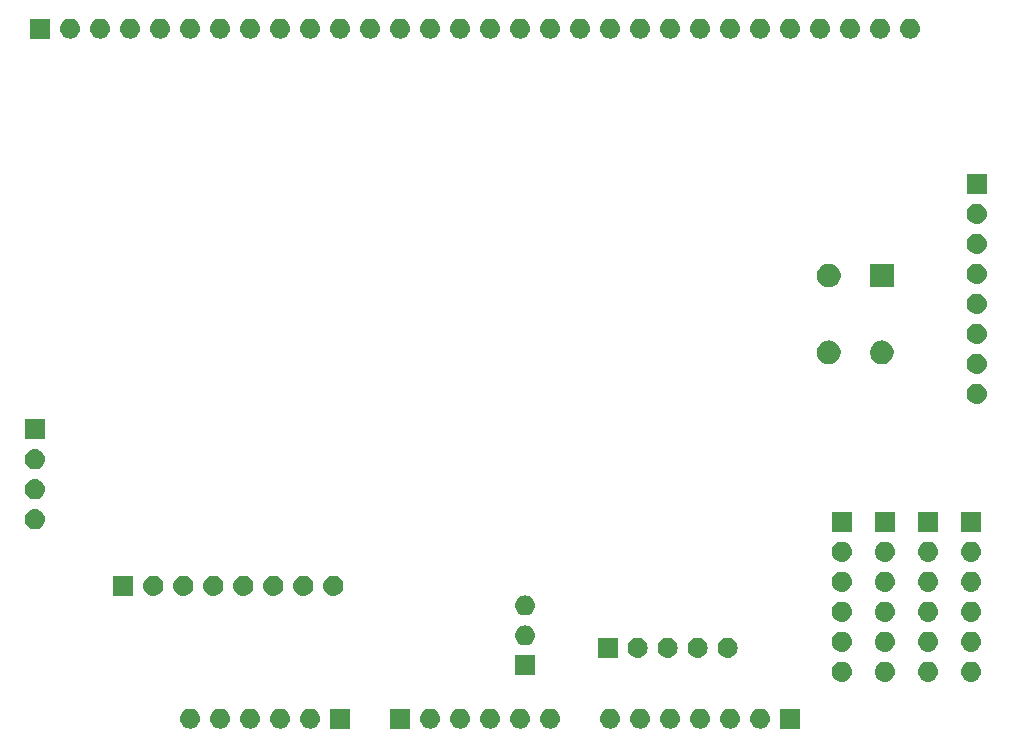
<source format=gbr>
G04 #@! TF.GenerationSoftware,KiCad,Pcbnew,5.0.2-bee76a0~70~ubuntu18.04.1*
G04 #@! TF.CreationDate,2018-12-16T21:13:16-05:00*
G04 #@! TF.ProjectId,stm32 prototype,73746d33-3220-4707-926f-746f74797065,rev?*
G04 #@! TF.SameCoordinates,Original*
G04 #@! TF.FileFunction,Soldermask,Bot*
G04 #@! TF.FilePolarity,Negative*
%FSLAX46Y46*%
G04 Gerber Fmt 4.6, Leading zero omitted, Abs format (unit mm)*
G04 Created by KiCad (PCBNEW 5.0.2-bee76a0~70~ubuntu18.04.1) date Sun 16 Dec 2018 09:13:16 PM EST*
%MOMM*%
%LPD*%
G01*
G04 APERTURE LIST*
%ADD10C,0.100000*%
G04 APERTURE END LIST*
D10*
G36*
X152566630Y-126162299D02*
X152726855Y-126210903D01*
X152874520Y-126289831D01*
X153003949Y-126396051D01*
X153110169Y-126525480D01*
X153189097Y-126673145D01*
X153237701Y-126833370D01*
X153254112Y-127000000D01*
X153237701Y-127166630D01*
X153189097Y-127326855D01*
X153110169Y-127474520D01*
X153003949Y-127603949D01*
X152874520Y-127710169D01*
X152726855Y-127789097D01*
X152566630Y-127837701D01*
X152441752Y-127850000D01*
X152358248Y-127850000D01*
X152233370Y-127837701D01*
X152073145Y-127789097D01*
X151925480Y-127710169D01*
X151796051Y-127603949D01*
X151689831Y-127474520D01*
X151610903Y-127326855D01*
X151562299Y-127166630D01*
X151545888Y-127000000D01*
X151562299Y-126833370D01*
X151610903Y-126673145D01*
X151689831Y-126525480D01*
X151796051Y-126396051D01*
X151925480Y-126289831D01*
X152073145Y-126210903D01*
X152233370Y-126162299D01*
X152358248Y-126150000D01*
X152441752Y-126150000D01*
X152566630Y-126162299D01*
X152566630Y-126162299D01*
G37*
G36*
X195746630Y-126162299D02*
X195906855Y-126210903D01*
X196054520Y-126289831D01*
X196183949Y-126396051D01*
X196290169Y-126525480D01*
X196369097Y-126673145D01*
X196417701Y-126833370D01*
X196434112Y-127000000D01*
X196417701Y-127166630D01*
X196369097Y-127326855D01*
X196290169Y-127474520D01*
X196183949Y-127603949D01*
X196054520Y-127710169D01*
X195906855Y-127789097D01*
X195746630Y-127837701D01*
X195621752Y-127850000D01*
X195538248Y-127850000D01*
X195413370Y-127837701D01*
X195253145Y-127789097D01*
X195105480Y-127710169D01*
X194976051Y-127603949D01*
X194869831Y-127474520D01*
X194790903Y-127326855D01*
X194742299Y-127166630D01*
X194725888Y-127000000D01*
X194742299Y-126833370D01*
X194790903Y-126673145D01*
X194869831Y-126525480D01*
X194976051Y-126396051D01*
X195105480Y-126289831D01*
X195253145Y-126210903D01*
X195413370Y-126162299D01*
X195538248Y-126150000D01*
X195621752Y-126150000D01*
X195746630Y-126162299D01*
X195746630Y-126162299D01*
G37*
G36*
X171030000Y-127850000D02*
X169330000Y-127850000D01*
X169330000Y-126150000D01*
X171030000Y-126150000D01*
X171030000Y-127850000D01*
X171030000Y-127850000D01*
G37*
G36*
X172886630Y-126162299D02*
X173046855Y-126210903D01*
X173194520Y-126289831D01*
X173323949Y-126396051D01*
X173430169Y-126525480D01*
X173509097Y-126673145D01*
X173557701Y-126833370D01*
X173574112Y-127000000D01*
X173557701Y-127166630D01*
X173509097Y-127326855D01*
X173430169Y-127474520D01*
X173323949Y-127603949D01*
X173194520Y-127710169D01*
X173046855Y-127789097D01*
X172886630Y-127837701D01*
X172761752Y-127850000D01*
X172678248Y-127850000D01*
X172553370Y-127837701D01*
X172393145Y-127789097D01*
X172245480Y-127710169D01*
X172116051Y-127603949D01*
X172009831Y-127474520D01*
X171930903Y-127326855D01*
X171882299Y-127166630D01*
X171865888Y-127000000D01*
X171882299Y-126833370D01*
X171930903Y-126673145D01*
X172009831Y-126525480D01*
X172116051Y-126396051D01*
X172245480Y-126289831D01*
X172393145Y-126210903D01*
X172553370Y-126162299D01*
X172678248Y-126150000D01*
X172761752Y-126150000D01*
X172886630Y-126162299D01*
X172886630Y-126162299D01*
G37*
G36*
X175426630Y-126162299D02*
X175586855Y-126210903D01*
X175734520Y-126289831D01*
X175863949Y-126396051D01*
X175970169Y-126525480D01*
X176049097Y-126673145D01*
X176097701Y-126833370D01*
X176114112Y-127000000D01*
X176097701Y-127166630D01*
X176049097Y-127326855D01*
X175970169Y-127474520D01*
X175863949Y-127603949D01*
X175734520Y-127710169D01*
X175586855Y-127789097D01*
X175426630Y-127837701D01*
X175301752Y-127850000D01*
X175218248Y-127850000D01*
X175093370Y-127837701D01*
X174933145Y-127789097D01*
X174785480Y-127710169D01*
X174656051Y-127603949D01*
X174549831Y-127474520D01*
X174470903Y-127326855D01*
X174422299Y-127166630D01*
X174405888Y-127000000D01*
X174422299Y-126833370D01*
X174470903Y-126673145D01*
X174549831Y-126525480D01*
X174656051Y-126396051D01*
X174785480Y-126289831D01*
X174933145Y-126210903D01*
X175093370Y-126162299D01*
X175218248Y-126150000D01*
X175301752Y-126150000D01*
X175426630Y-126162299D01*
X175426630Y-126162299D01*
G37*
G36*
X177966630Y-126162299D02*
X178126855Y-126210903D01*
X178274520Y-126289831D01*
X178403949Y-126396051D01*
X178510169Y-126525480D01*
X178589097Y-126673145D01*
X178637701Y-126833370D01*
X178654112Y-127000000D01*
X178637701Y-127166630D01*
X178589097Y-127326855D01*
X178510169Y-127474520D01*
X178403949Y-127603949D01*
X178274520Y-127710169D01*
X178126855Y-127789097D01*
X177966630Y-127837701D01*
X177841752Y-127850000D01*
X177758248Y-127850000D01*
X177633370Y-127837701D01*
X177473145Y-127789097D01*
X177325480Y-127710169D01*
X177196051Y-127603949D01*
X177089831Y-127474520D01*
X177010903Y-127326855D01*
X176962299Y-127166630D01*
X176945888Y-127000000D01*
X176962299Y-126833370D01*
X177010903Y-126673145D01*
X177089831Y-126525480D01*
X177196051Y-126396051D01*
X177325480Y-126289831D01*
X177473145Y-126210903D01*
X177633370Y-126162299D01*
X177758248Y-126150000D01*
X177841752Y-126150000D01*
X177966630Y-126162299D01*
X177966630Y-126162299D01*
G37*
G36*
X180506630Y-126162299D02*
X180666855Y-126210903D01*
X180814520Y-126289831D01*
X180943949Y-126396051D01*
X181050169Y-126525480D01*
X181129097Y-126673145D01*
X181177701Y-126833370D01*
X181194112Y-127000000D01*
X181177701Y-127166630D01*
X181129097Y-127326855D01*
X181050169Y-127474520D01*
X180943949Y-127603949D01*
X180814520Y-127710169D01*
X180666855Y-127789097D01*
X180506630Y-127837701D01*
X180381752Y-127850000D01*
X180298248Y-127850000D01*
X180173370Y-127837701D01*
X180013145Y-127789097D01*
X179865480Y-127710169D01*
X179736051Y-127603949D01*
X179629831Y-127474520D01*
X179550903Y-127326855D01*
X179502299Y-127166630D01*
X179485888Y-127000000D01*
X179502299Y-126833370D01*
X179550903Y-126673145D01*
X179629831Y-126525480D01*
X179736051Y-126396051D01*
X179865480Y-126289831D01*
X180013145Y-126210903D01*
X180173370Y-126162299D01*
X180298248Y-126150000D01*
X180381752Y-126150000D01*
X180506630Y-126162299D01*
X180506630Y-126162299D01*
G37*
G36*
X183046630Y-126162299D02*
X183206855Y-126210903D01*
X183354520Y-126289831D01*
X183483949Y-126396051D01*
X183590169Y-126525480D01*
X183669097Y-126673145D01*
X183717701Y-126833370D01*
X183734112Y-127000000D01*
X183717701Y-127166630D01*
X183669097Y-127326855D01*
X183590169Y-127474520D01*
X183483949Y-127603949D01*
X183354520Y-127710169D01*
X183206855Y-127789097D01*
X183046630Y-127837701D01*
X182921752Y-127850000D01*
X182838248Y-127850000D01*
X182713370Y-127837701D01*
X182553145Y-127789097D01*
X182405480Y-127710169D01*
X182276051Y-127603949D01*
X182169831Y-127474520D01*
X182090903Y-127326855D01*
X182042299Y-127166630D01*
X182025888Y-127000000D01*
X182042299Y-126833370D01*
X182090903Y-126673145D01*
X182169831Y-126525480D01*
X182276051Y-126396051D01*
X182405480Y-126289831D01*
X182553145Y-126210903D01*
X182713370Y-126162299D01*
X182838248Y-126150000D01*
X182921752Y-126150000D01*
X183046630Y-126162299D01*
X183046630Y-126162299D01*
G37*
G36*
X204050000Y-127850000D02*
X202350000Y-127850000D01*
X202350000Y-126150000D01*
X204050000Y-126150000D01*
X204050000Y-127850000D01*
X204050000Y-127850000D01*
G37*
G36*
X198286630Y-126162299D02*
X198446855Y-126210903D01*
X198594520Y-126289831D01*
X198723949Y-126396051D01*
X198830169Y-126525480D01*
X198909097Y-126673145D01*
X198957701Y-126833370D01*
X198974112Y-127000000D01*
X198957701Y-127166630D01*
X198909097Y-127326855D01*
X198830169Y-127474520D01*
X198723949Y-127603949D01*
X198594520Y-127710169D01*
X198446855Y-127789097D01*
X198286630Y-127837701D01*
X198161752Y-127850000D01*
X198078248Y-127850000D01*
X197953370Y-127837701D01*
X197793145Y-127789097D01*
X197645480Y-127710169D01*
X197516051Y-127603949D01*
X197409831Y-127474520D01*
X197330903Y-127326855D01*
X197282299Y-127166630D01*
X197265888Y-127000000D01*
X197282299Y-126833370D01*
X197330903Y-126673145D01*
X197409831Y-126525480D01*
X197516051Y-126396051D01*
X197645480Y-126289831D01*
X197793145Y-126210903D01*
X197953370Y-126162299D01*
X198078248Y-126150000D01*
X198161752Y-126150000D01*
X198286630Y-126162299D01*
X198286630Y-126162299D01*
G37*
G36*
X193206630Y-126162299D02*
X193366855Y-126210903D01*
X193514520Y-126289831D01*
X193643949Y-126396051D01*
X193750169Y-126525480D01*
X193829097Y-126673145D01*
X193877701Y-126833370D01*
X193894112Y-127000000D01*
X193877701Y-127166630D01*
X193829097Y-127326855D01*
X193750169Y-127474520D01*
X193643949Y-127603949D01*
X193514520Y-127710169D01*
X193366855Y-127789097D01*
X193206630Y-127837701D01*
X193081752Y-127850000D01*
X192998248Y-127850000D01*
X192873370Y-127837701D01*
X192713145Y-127789097D01*
X192565480Y-127710169D01*
X192436051Y-127603949D01*
X192329831Y-127474520D01*
X192250903Y-127326855D01*
X192202299Y-127166630D01*
X192185888Y-127000000D01*
X192202299Y-126833370D01*
X192250903Y-126673145D01*
X192329831Y-126525480D01*
X192436051Y-126396051D01*
X192565480Y-126289831D01*
X192713145Y-126210903D01*
X192873370Y-126162299D01*
X192998248Y-126150000D01*
X193081752Y-126150000D01*
X193206630Y-126162299D01*
X193206630Y-126162299D01*
G37*
G36*
X200826630Y-126162299D02*
X200986855Y-126210903D01*
X201134520Y-126289831D01*
X201263949Y-126396051D01*
X201370169Y-126525480D01*
X201449097Y-126673145D01*
X201497701Y-126833370D01*
X201514112Y-127000000D01*
X201497701Y-127166630D01*
X201449097Y-127326855D01*
X201370169Y-127474520D01*
X201263949Y-127603949D01*
X201134520Y-127710169D01*
X200986855Y-127789097D01*
X200826630Y-127837701D01*
X200701752Y-127850000D01*
X200618248Y-127850000D01*
X200493370Y-127837701D01*
X200333145Y-127789097D01*
X200185480Y-127710169D01*
X200056051Y-127603949D01*
X199949831Y-127474520D01*
X199870903Y-127326855D01*
X199822299Y-127166630D01*
X199805888Y-127000000D01*
X199822299Y-126833370D01*
X199870903Y-126673145D01*
X199949831Y-126525480D01*
X200056051Y-126396051D01*
X200185480Y-126289831D01*
X200333145Y-126210903D01*
X200493370Y-126162299D01*
X200618248Y-126150000D01*
X200701752Y-126150000D01*
X200826630Y-126162299D01*
X200826630Y-126162299D01*
G37*
G36*
X155106630Y-126162299D02*
X155266855Y-126210903D01*
X155414520Y-126289831D01*
X155543949Y-126396051D01*
X155650169Y-126525480D01*
X155729097Y-126673145D01*
X155777701Y-126833370D01*
X155794112Y-127000000D01*
X155777701Y-127166630D01*
X155729097Y-127326855D01*
X155650169Y-127474520D01*
X155543949Y-127603949D01*
X155414520Y-127710169D01*
X155266855Y-127789097D01*
X155106630Y-127837701D01*
X154981752Y-127850000D01*
X154898248Y-127850000D01*
X154773370Y-127837701D01*
X154613145Y-127789097D01*
X154465480Y-127710169D01*
X154336051Y-127603949D01*
X154229831Y-127474520D01*
X154150903Y-127326855D01*
X154102299Y-127166630D01*
X154085888Y-127000000D01*
X154102299Y-126833370D01*
X154150903Y-126673145D01*
X154229831Y-126525480D01*
X154336051Y-126396051D01*
X154465480Y-126289831D01*
X154613145Y-126210903D01*
X154773370Y-126162299D01*
X154898248Y-126150000D01*
X154981752Y-126150000D01*
X155106630Y-126162299D01*
X155106630Y-126162299D01*
G37*
G36*
X157646630Y-126162299D02*
X157806855Y-126210903D01*
X157954520Y-126289831D01*
X158083949Y-126396051D01*
X158190169Y-126525480D01*
X158269097Y-126673145D01*
X158317701Y-126833370D01*
X158334112Y-127000000D01*
X158317701Y-127166630D01*
X158269097Y-127326855D01*
X158190169Y-127474520D01*
X158083949Y-127603949D01*
X157954520Y-127710169D01*
X157806855Y-127789097D01*
X157646630Y-127837701D01*
X157521752Y-127850000D01*
X157438248Y-127850000D01*
X157313370Y-127837701D01*
X157153145Y-127789097D01*
X157005480Y-127710169D01*
X156876051Y-127603949D01*
X156769831Y-127474520D01*
X156690903Y-127326855D01*
X156642299Y-127166630D01*
X156625888Y-127000000D01*
X156642299Y-126833370D01*
X156690903Y-126673145D01*
X156769831Y-126525480D01*
X156876051Y-126396051D01*
X157005480Y-126289831D01*
X157153145Y-126210903D01*
X157313370Y-126162299D01*
X157438248Y-126150000D01*
X157521752Y-126150000D01*
X157646630Y-126162299D01*
X157646630Y-126162299D01*
G37*
G36*
X160186630Y-126162299D02*
X160346855Y-126210903D01*
X160494520Y-126289831D01*
X160623949Y-126396051D01*
X160730169Y-126525480D01*
X160809097Y-126673145D01*
X160857701Y-126833370D01*
X160874112Y-127000000D01*
X160857701Y-127166630D01*
X160809097Y-127326855D01*
X160730169Y-127474520D01*
X160623949Y-127603949D01*
X160494520Y-127710169D01*
X160346855Y-127789097D01*
X160186630Y-127837701D01*
X160061752Y-127850000D01*
X159978248Y-127850000D01*
X159853370Y-127837701D01*
X159693145Y-127789097D01*
X159545480Y-127710169D01*
X159416051Y-127603949D01*
X159309831Y-127474520D01*
X159230903Y-127326855D01*
X159182299Y-127166630D01*
X159165888Y-127000000D01*
X159182299Y-126833370D01*
X159230903Y-126673145D01*
X159309831Y-126525480D01*
X159416051Y-126396051D01*
X159545480Y-126289831D01*
X159693145Y-126210903D01*
X159853370Y-126162299D01*
X159978248Y-126150000D01*
X160061752Y-126150000D01*
X160186630Y-126162299D01*
X160186630Y-126162299D01*
G37*
G36*
X162726630Y-126162299D02*
X162886855Y-126210903D01*
X163034520Y-126289831D01*
X163163949Y-126396051D01*
X163270169Y-126525480D01*
X163349097Y-126673145D01*
X163397701Y-126833370D01*
X163414112Y-127000000D01*
X163397701Y-127166630D01*
X163349097Y-127326855D01*
X163270169Y-127474520D01*
X163163949Y-127603949D01*
X163034520Y-127710169D01*
X162886855Y-127789097D01*
X162726630Y-127837701D01*
X162601752Y-127850000D01*
X162518248Y-127850000D01*
X162393370Y-127837701D01*
X162233145Y-127789097D01*
X162085480Y-127710169D01*
X161956051Y-127603949D01*
X161849831Y-127474520D01*
X161770903Y-127326855D01*
X161722299Y-127166630D01*
X161705888Y-127000000D01*
X161722299Y-126833370D01*
X161770903Y-126673145D01*
X161849831Y-126525480D01*
X161956051Y-126396051D01*
X162085480Y-126289831D01*
X162233145Y-126210903D01*
X162393370Y-126162299D01*
X162518248Y-126150000D01*
X162601752Y-126150000D01*
X162726630Y-126162299D01*
X162726630Y-126162299D01*
G37*
G36*
X165950000Y-127850000D02*
X164250000Y-127850000D01*
X164250000Y-126150000D01*
X165950000Y-126150000D01*
X165950000Y-127850000D01*
X165950000Y-127850000D01*
G37*
G36*
X188126630Y-126162299D02*
X188286855Y-126210903D01*
X188434520Y-126289831D01*
X188563949Y-126396051D01*
X188670169Y-126525480D01*
X188749097Y-126673145D01*
X188797701Y-126833370D01*
X188814112Y-127000000D01*
X188797701Y-127166630D01*
X188749097Y-127326855D01*
X188670169Y-127474520D01*
X188563949Y-127603949D01*
X188434520Y-127710169D01*
X188286855Y-127789097D01*
X188126630Y-127837701D01*
X188001752Y-127850000D01*
X187918248Y-127850000D01*
X187793370Y-127837701D01*
X187633145Y-127789097D01*
X187485480Y-127710169D01*
X187356051Y-127603949D01*
X187249831Y-127474520D01*
X187170903Y-127326855D01*
X187122299Y-127166630D01*
X187105888Y-127000000D01*
X187122299Y-126833370D01*
X187170903Y-126673145D01*
X187249831Y-126525480D01*
X187356051Y-126396051D01*
X187485480Y-126289831D01*
X187633145Y-126210903D01*
X187793370Y-126162299D01*
X187918248Y-126150000D01*
X188001752Y-126150000D01*
X188126630Y-126162299D01*
X188126630Y-126162299D01*
G37*
G36*
X190666630Y-126162299D02*
X190826855Y-126210903D01*
X190974520Y-126289831D01*
X191103949Y-126396051D01*
X191210169Y-126525480D01*
X191289097Y-126673145D01*
X191337701Y-126833370D01*
X191354112Y-127000000D01*
X191337701Y-127166630D01*
X191289097Y-127326855D01*
X191210169Y-127474520D01*
X191103949Y-127603949D01*
X190974520Y-127710169D01*
X190826855Y-127789097D01*
X190666630Y-127837701D01*
X190541752Y-127850000D01*
X190458248Y-127850000D01*
X190333370Y-127837701D01*
X190173145Y-127789097D01*
X190025480Y-127710169D01*
X189896051Y-127603949D01*
X189789831Y-127474520D01*
X189710903Y-127326855D01*
X189662299Y-127166630D01*
X189645888Y-127000000D01*
X189662299Y-126833370D01*
X189710903Y-126673145D01*
X189789831Y-126525480D01*
X189896051Y-126396051D01*
X190025480Y-126289831D01*
X190173145Y-126210903D01*
X190333370Y-126162299D01*
X190458248Y-126150000D01*
X190541752Y-126150000D01*
X190666630Y-126162299D01*
X190666630Y-126162299D01*
G37*
G36*
X218691631Y-122187300D02*
X218851856Y-122235904D01*
X218999521Y-122314832D01*
X219128950Y-122421052D01*
X219235170Y-122550481D01*
X219314098Y-122698146D01*
X219362702Y-122858371D01*
X219379113Y-123025001D01*
X219362702Y-123191631D01*
X219314098Y-123351856D01*
X219235170Y-123499521D01*
X219128950Y-123628950D01*
X218999521Y-123735170D01*
X218851856Y-123814098D01*
X218691631Y-123862702D01*
X218566753Y-123875001D01*
X218483249Y-123875001D01*
X218358371Y-123862702D01*
X218198146Y-123814098D01*
X218050481Y-123735170D01*
X217921052Y-123628950D01*
X217814832Y-123499521D01*
X217735904Y-123351856D01*
X217687300Y-123191631D01*
X217670889Y-123025001D01*
X217687300Y-122858371D01*
X217735904Y-122698146D01*
X217814832Y-122550481D01*
X217921052Y-122421052D01*
X218050481Y-122314832D01*
X218198146Y-122235904D01*
X218358371Y-122187300D01*
X218483249Y-122175001D01*
X218566753Y-122175001D01*
X218691631Y-122187300D01*
X218691631Y-122187300D01*
G37*
G36*
X215041631Y-122187300D02*
X215201856Y-122235904D01*
X215349521Y-122314832D01*
X215478950Y-122421052D01*
X215585170Y-122550481D01*
X215664098Y-122698146D01*
X215712702Y-122858371D01*
X215729113Y-123025001D01*
X215712702Y-123191631D01*
X215664098Y-123351856D01*
X215585170Y-123499521D01*
X215478950Y-123628950D01*
X215349521Y-123735170D01*
X215201856Y-123814098D01*
X215041631Y-123862702D01*
X214916753Y-123875001D01*
X214833249Y-123875001D01*
X214708371Y-123862702D01*
X214548146Y-123814098D01*
X214400481Y-123735170D01*
X214271052Y-123628950D01*
X214164832Y-123499521D01*
X214085904Y-123351856D01*
X214037300Y-123191631D01*
X214020889Y-123025001D01*
X214037300Y-122858371D01*
X214085904Y-122698146D01*
X214164832Y-122550481D01*
X214271052Y-122421052D01*
X214400481Y-122314832D01*
X214548146Y-122235904D01*
X214708371Y-122187300D01*
X214833249Y-122175001D01*
X214916753Y-122175001D01*
X215041631Y-122187300D01*
X215041631Y-122187300D01*
G37*
G36*
X211391631Y-122187300D02*
X211551856Y-122235904D01*
X211699521Y-122314832D01*
X211828950Y-122421052D01*
X211935170Y-122550481D01*
X212014098Y-122698146D01*
X212062702Y-122858371D01*
X212079113Y-123025001D01*
X212062702Y-123191631D01*
X212014098Y-123351856D01*
X211935170Y-123499521D01*
X211828950Y-123628950D01*
X211699521Y-123735170D01*
X211551856Y-123814098D01*
X211391631Y-123862702D01*
X211266753Y-123875001D01*
X211183249Y-123875001D01*
X211058371Y-123862702D01*
X210898146Y-123814098D01*
X210750481Y-123735170D01*
X210621052Y-123628950D01*
X210514832Y-123499521D01*
X210435904Y-123351856D01*
X210387300Y-123191631D01*
X210370889Y-123025001D01*
X210387300Y-122858371D01*
X210435904Y-122698146D01*
X210514832Y-122550481D01*
X210621052Y-122421052D01*
X210750481Y-122314832D01*
X210898146Y-122235904D01*
X211058371Y-122187300D01*
X211183249Y-122175001D01*
X211266753Y-122175001D01*
X211391631Y-122187300D01*
X211391631Y-122187300D01*
G37*
G36*
X207741631Y-122187300D02*
X207901856Y-122235904D01*
X208049521Y-122314832D01*
X208178950Y-122421052D01*
X208285170Y-122550481D01*
X208364098Y-122698146D01*
X208412702Y-122858371D01*
X208429113Y-123025001D01*
X208412702Y-123191631D01*
X208364098Y-123351856D01*
X208285170Y-123499521D01*
X208178950Y-123628950D01*
X208049521Y-123735170D01*
X207901856Y-123814098D01*
X207741631Y-123862702D01*
X207616753Y-123875001D01*
X207533249Y-123875001D01*
X207408371Y-123862702D01*
X207248146Y-123814098D01*
X207100481Y-123735170D01*
X206971052Y-123628950D01*
X206864832Y-123499521D01*
X206785904Y-123351856D01*
X206737300Y-123191631D01*
X206720889Y-123025001D01*
X206737300Y-122858371D01*
X206785904Y-122698146D01*
X206864832Y-122550481D01*
X206971052Y-122421052D01*
X207100481Y-122314832D01*
X207248146Y-122235904D01*
X207408371Y-122187300D01*
X207533249Y-122175001D01*
X207616753Y-122175001D01*
X207741631Y-122187300D01*
X207741631Y-122187300D01*
G37*
G36*
X181600000Y-123350000D02*
X179900000Y-123350000D01*
X179900000Y-121650000D01*
X181600000Y-121650000D01*
X181600000Y-123350000D01*
X181600000Y-123350000D01*
G37*
G36*
X198076630Y-120162299D02*
X198236855Y-120210903D01*
X198384520Y-120289831D01*
X198513949Y-120396051D01*
X198620169Y-120525480D01*
X198699097Y-120673145D01*
X198747701Y-120833370D01*
X198764112Y-121000000D01*
X198747701Y-121166630D01*
X198699097Y-121326855D01*
X198620169Y-121474520D01*
X198513949Y-121603949D01*
X198384520Y-121710169D01*
X198236855Y-121789097D01*
X198076630Y-121837701D01*
X197951752Y-121850000D01*
X197868248Y-121850000D01*
X197743370Y-121837701D01*
X197583145Y-121789097D01*
X197435480Y-121710169D01*
X197306051Y-121603949D01*
X197199831Y-121474520D01*
X197120903Y-121326855D01*
X197072299Y-121166630D01*
X197055888Y-121000000D01*
X197072299Y-120833370D01*
X197120903Y-120673145D01*
X197199831Y-120525480D01*
X197306051Y-120396051D01*
X197435480Y-120289831D01*
X197583145Y-120210903D01*
X197743370Y-120162299D01*
X197868248Y-120150000D01*
X197951752Y-120150000D01*
X198076630Y-120162299D01*
X198076630Y-120162299D01*
G37*
G36*
X195536630Y-120162299D02*
X195696855Y-120210903D01*
X195844520Y-120289831D01*
X195973949Y-120396051D01*
X196080169Y-120525480D01*
X196159097Y-120673145D01*
X196207701Y-120833370D01*
X196224112Y-121000000D01*
X196207701Y-121166630D01*
X196159097Y-121326855D01*
X196080169Y-121474520D01*
X195973949Y-121603949D01*
X195844520Y-121710169D01*
X195696855Y-121789097D01*
X195536630Y-121837701D01*
X195411752Y-121850000D01*
X195328248Y-121850000D01*
X195203370Y-121837701D01*
X195043145Y-121789097D01*
X194895480Y-121710169D01*
X194766051Y-121603949D01*
X194659831Y-121474520D01*
X194580903Y-121326855D01*
X194532299Y-121166630D01*
X194515888Y-121000000D01*
X194532299Y-120833370D01*
X194580903Y-120673145D01*
X194659831Y-120525480D01*
X194766051Y-120396051D01*
X194895480Y-120289831D01*
X195043145Y-120210903D01*
X195203370Y-120162299D01*
X195328248Y-120150000D01*
X195411752Y-120150000D01*
X195536630Y-120162299D01*
X195536630Y-120162299D01*
G37*
G36*
X192996630Y-120162299D02*
X193156855Y-120210903D01*
X193304520Y-120289831D01*
X193433949Y-120396051D01*
X193540169Y-120525480D01*
X193619097Y-120673145D01*
X193667701Y-120833370D01*
X193684112Y-121000000D01*
X193667701Y-121166630D01*
X193619097Y-121326855D01*
X193540169Y-121474520D01*
X193433949Y-121603949D01*
X193304520Y-121710169D01*
X193156855Y-121789097D01*
X192996630Y-121837701D01*
X192871752Y-121850000D01*
X192788248Y-121850000D01*
X192663370Y-121837701D01*
X192503145Y-121789097D01*
X192355480Y-121710169D01*
X192226051Y-121603949D01*
X192119831Y-121474520D01*
X192040903Y-121326855D01*
X191992299Y-121166630D01*
X191975888Y-121000000D01*
X191992299Y-120833370D01*
X192040903Y-120673145D01*
X192119831Y-120525480D01*
X192226051Y-120396051D01*
X192355480Y-120289831D01*
X192503145Y-120210903D01*
X192663370Y-120162299D01*
X192788248Y-120150000D01*
X192871752Y-120150000D01*
X192996630Y-120162299D01*
X192996630Y-120162299D01*
G37*
G36*
X190456630Y-120162299D02*
X190616855Y-120210903D01*
X190764520Y-120289831D01*
X190893949Y-120396051D01*
X191000169Y-120525480D01*
X191079097Y-120673145D01*
X191127701Y-120833370D01*
X191144112Y-121000000D01*
X191127701Y-121166630D01*
X191079097Y-121326855D01*
X191000169Y-121474520D01*
X190893949Y-121603949D01*
X190764520Y-121710169D01*
X190616855Y-121789097D01*
X190456630Y-121837701D01*
X190331752Y-121850000D01*
X190248248Y-121850000D01*
X190123370Y-121837701D01*
X189963145Y-121789097D01*
X189815480Y-121710169D01*
X189686051Y-121603949D01*
X189579831Y-121474520D01*
X189500903Y-121326855D01*
X189452299Y-121166630D01*
X189435888Y-121000000D01*
X189452299Y-120833370D01*
X189500903Y-120673145D01*
X189579831Y-120525480D01*
X189686051Y-120396051D01*
X189815480Y-120289831D01*
X189963145Y-120210903D01*
X190123370Y-120162299D01*
X190248248Y-120150000D01*
X190331752Y-120150000D01*
X190456630Y-120162299D01*
X190456630Y-120162299D01*
G37*
G36*
X188600000Y-121850000D02*
X186900000Y-121850000D01*
X186900000Y-120150000D01*
X188600000Y-120150000D01*
X188600000Y-121850000D01*
X188600000Y-121850000D01*
G37*
G36*
X207741631Y-119647300D02*
X207901856Y-119695904D01*
X208049521Y-119774832D01*
X208178950Y-119881052D01*
X208285170Y-120010481D01*
X208364098Y-120158146D01*
X208412702Y-120318371D01*
X208429113Y-120485001D01*
X208412702Y-120651631D01*
X208364098Y-120811856D01*
X208285170Y-120959521D01*
X208178950Y-121088950D01*
X208049521Y-121195170D01*
X207901856Y-121274098D01*
X207741631Y-121322702D01*
X207616753Y-121335001D01*
X207533249Y-121335001D01*
X207408371Y-121322702D01*
X207248146Y-121274098D01*
X207100481Y-121195170D01*
X206971052Y-121088950D01*
X206864832Y-120959521D01*
X206785904Y-120811856D01*
X206737300Y-120651631D01*
X206720889Y-120485001D01*
X206737300Y-120318371D01*
X206785904Y-120158146D01*
X206864832Y-120010481D01*
X206971052Y-119881052D01*
X207100481Y-119774832D01*
X207248146Y-119695904D01*
X207408371Y-119647300D01*
X207533249Y-119635001D01*
X207616753Y-119635001D01*
X207741631Y-119647300D01*
X207741631Y-119647300D01*
G37*
G36*
X218691631Y-119647300D02*
X218851856Y-119695904D01*
X218999521Y-119774832D01*
X219128950Y-119881052D01*
X219235170Y-120010481D01*
X219314098Y-120158146D01*
X219362702Y-120318371D01*
X219379113Y-120485001D01*
X219362702Y-120651631D01*
X219314098Y-120811856D01*
X219235170Y-120959521D01*
X219128950Y-121088950D01*
X218999521Y-121195170D01*
X218851856Y-121274098D01*
X218691631Y-121322702D01*
X218566753Y-121335001D01*
X218483249Y-121335001D01*
X218358371Y-121322702D01*
X218198146Y-121274098D01*
X218050481Y-121195170D01*
X217921052Y-121088950D01*
X217814832Y-120959521D01*
X217735904Y-120811856D01*
X217687300Y-120651631D01*
X217670889Y-120485001D01*
X217687300Y-120318371D01*
X217735904Y-120158146D01*
X217814832Y-120010481D01*
X217921052Y-119881052D01*
X218050481Y-119774832D01*
X218198146Y-119695904D01*
X218358371Y-119647300D01*
X218483249Y-119635001D01*
X218566753Y-119635001D01*
X218691631Y-119647300D01*
X218691631Y-119647300D01*
G37*
G36*
X211391631Y-119647300D02*
X211551856Y-119695904D01*
X211699521Y-119774832D01*
X211828950Y-119881052D01*
X211935170Y-120010481D01*
X212014098Y-120158146D01*
X212062702Y-120318371D01*
X212079113Y-120485001D01*
X212062702Y-120651631D01*
X212014098Y-120811856D01*
X211935170Y-120959521D01*
X211828950Y-121088950D01*
X211699521Y-121195170D01*
X211551856Y-121274098D01*
X211391631Y-121322702D01*
X211266753Y-121335001D01*
X211183249Y-121335001D01*
X211058371Y-121322702D01*
X210898146Y-121274098D01*
X210750481Y-121195170D01*
X210621052Y-121088950D01*
X210514832Y-120959521D01*
X210435904Y-120811856D01*
X210387300Y-120651631D01*
X210370889Y-120485001D01*
X210387300Y-120318371D01*
X210435904Y-120158146D01*
X210514832Y-120010481D01*
X210621052Y-119881052D01*
X210750481Y-119774832D01*
X210898146Y-119695904D01*
X211058371Y-119647300D01*
X211183249Y-119635001D01*
X211266753Y-119635001D01*
X211391631Y-119647300D01*
X211391631Y-119647300D01*
G37*
G36*
X215041631Y-119647300D02*
X215201856Y-119695904D01*
X215349521Y-119774832D01*
X215478950Y-119881052D01*
X215585170Y-120010481D01*
X215664098Y-120158146D01*
X215712702Y-120318371D01*
X215729113Y-120485001D01*
X215712702Y-120651631D01*
X215664098Y-120811856D01*
X215585170Y-120959521D01*
X215478950Y-121088950D01*
X215349521Y-121195170D01*
X215201856Y-121274098D01*
X215041631Y-121322702D01*
X214916753Y-121335001D01*
X214833249Y-121335001D01*
X214708371Y-121322702D01*
X214548146Y-121274098D01*
X214400481Y-121195170D01*
X214271052Y-121088950D01*
X214164832Y-120959521D01*
X214085904Y-120811856D01*
X214037300Y-120651631D01*
X214020889Y-120485001D01*
X214037300Y-120318371D01*
X214085904Y-120158146D01*
X214164832Y-120010481D01*
X214271052Y-119881052D01*
X214400481Y-119774832D01*
X214548146Y-119695904D01*
X214708371Y-119647300D01*
X214833249Y-119635001D01*
X214916753Y-119635001D01*
X215041631Y-119647300D01*
X215041631Y-119647300D01*
G37*
G36*
X180916630Y-119122299D02*
X181076855Y-119170903D01*
X181224520Y-119249831D01*
X181353949Y-119356051D01*
X181460169Y-119485480D01*
X181539097Y-119633145D01*
X181587701Y-119793370D01*
X181604112Y-119960000D01*
X181587701Y-120126630D01*
X181539097Y-120286855D01*
X181460169Y-120434520D01*
X181353949Y-120563949D01*
X181224520Y-120670169D01*
X181076855Y-120749097D01*
X180916630Y-120797701D01*
X180791752Y-120810000D01*
X180708248Y-120810000D01*
X180583370Y-120797701D01*
X180423145Y-120749097D01*
X180275480Y-120670169D01*
X180146051Y-120563949D01*
X180039831Y-120434520D01*
X179960903Y-120286855D01*
X179912299Y-120126630D01*
X179895888Y-119960000D01*
X179912299Y-119793370D01*
X179960903Y-119633145D01*
X180039831Y-119485480D01*
X180146051Y-119356051D01*
X180275480Y-119249831D01*
X180423145Y-119170903D01*
X180583370Y-119122299D01*
X180708248Y-119110000D01*
X180791752Y-119110000D01*
X180916630Y-119122299D01*
X180916630Y-119122299D01*
G37*
G36*
X218691631Y-117107300D02*
X218851856Y-117155904D01*
X218999521Y-117234832D01*
X219128950Y-117341052D01*
X219235170Y-117470481D01*
X219314098Y-117618146D01*
X219362702Y-117778371D01*
X219379113Y-117945001D01*
X219362702Y-118111631D01*
X219314098Y-118271856D01*
X219235170Y-118419521D01*
X219128950Y-118548950D01*
X218999521Y-118655170D01*
X218851856Y-118734098D01*
X218691631Y-118782702D01*
X218566753Y-118795001D01*
X218483249Y-118795001D01*
X218358371Y-118782702D01*
X218198146Y-118734098D01*
X218050481Y-118655170D01*
X217921052Y-118548950D01*
X217814832Y-118419521D01*
X217735904Y-118271856D01*
X217687300Y-118111631D01*
X217670889Y-117945001D01*
X217687300Y-117778371D01*
X217735904Y-117618146D01*
X217814832Y-117470481D01*
X217921052Y-117341052D01*
X218050481Y-117234832D01*
X218198146Y-117155904D01*
X218358371Y-117107300D01*
X218483249Y-117095001D01*
X218566753Y-117095001D01*
X218691631Y-117107300D01*
X218691631Y-117107300D01*
G37*
G36*
X215041631Y-117107300D02*
X215201856Y-117155904D01*
X215349521Y-117234832D01*
X215478950Y-117341052D01*
X215585170Y-117470481D01*
X215664098Y-117618146D01*
X215712702Y-117778371D01*
X215729113Y-117945001D01*
X215712702Y-118111631D01*
X215664098Y-118271856D01*
X215585170Y-118419521D01*
X215478950Y-118548950D01*
X215349521Y-118655170D01*
X215201856Y-118734098D01*
X215041631Y-118782702D01*
X214916753Y-118795001D01*
X214833249Y-118795001D01*
X214708371Y-118782702D01*
X214548146Y-118734098D01*
X214400481Y-118655170D01*
X214271052Y-118548950D01*
X214164832Y-118419521D01*
X214085904Y-118271856D01*
X214037300Y-118111631D01*
X214020889Y-117945001D01*
X214037300Y-117778371D01*
X214085904Y-117618146D01*
X214164832Y-117470481D01*
X214271052Y-117341052D01*
X214400481Y-117234832D01*
X214548146Y-117155904D01*
X214708371Y-117107300D01*
X214833249Y-117095001D01*
X214916753Y-117095001D01*
X215041631Y-117107300D01*
X215041631Y-117107300D01*
G37*
G36*
X211391631Y-117107300D02*
X211551856Y-117155904D01*
X211699521Y-117234832D01*
X211828950Y-117341052D01*
X211935170Y-117470481D01*
X212014098Y-117618146D01*
X212062702Y-117778371D01*
X212079113Y-117945001D01*
X212062702Y-118111631D01*
X212014098Y-118271856D01*
X211935170Y-118419521D01*
X211828950Y-118548950D01*
X211699521Y-118655170D01*
X211551856Y-118734098D01*
X211391631Y-118782702D01*
X211266753Y-118795001D01*
X211183249Y-118795001D01*
X211058371Y-118782702D01*
X210898146Y-118734098D01*
X210750481Y-118655170D01*
X210621052Y-118548950D01*
X210514832Y-118419521D01*
X210435904Y-118271856D01*
X210387300Y-118111631D01*
X210370889Y-117945001D01*
X210387300Y-117778371D01*
X210435904Y-117618146D01*
X210514832Y-117470481D01*
X210621052Y-117341052D01*
X210750481Y-117234832D01*
X210898146Y-117155904D01*
X211058371Y-117107300D01*
X211183249Y-117095001D01*
X211266753Y-117095001D01*
X211391631Y-117107300D01*
X211391631Y-117107300D01*
G37*
G36*
X207741631Y-117107300D02*
X207901856Y-117155904D01*
X208049521Y-117234832D01*
X208178950Y-117341052D01*
X208285170Y-117470481D01*
X208364098Y-117618146D01*
X208412702Y-117778371D01*
X208429113Y-117945001D01*
X208412702Y-118111631D01*
X208364098Y-118271856D01*
X208285170Y-118419521D01*
X208178950Y-118548950D01*
X208049521Y-118655170D01*
X207901856Y-118734098D01*
X207741631Y-118782702D01*
X207616753Y-118795001D01*
X207533249Y-118795001D01*
X207408371Y-118782702D01*
X207248146Y-118734098D01*
X207100481Y-118655170D01*
X206971052Y-118548950D01*
X206864832Y-118419521D01*
X206785904Y-118271856D01*
X206737300Y-118111631D01*
X206720889Y-117945001D01*
X206737300Y-117778371D01*
X206785904Y-117618146D01*
X206864832Y-117470481D01*
X206971052Y-117341052D01*
X207100481Y-117234832D01*
X207248146Y-117155904D01*
X207408371Y-117107300D01*
X207533249Y-117095001D01*
X207616753Y-117095001D01*
X207741631Y-117107300D01*
X207741631Y-117107300D01*
G37*
G36*
X180916630Y-116582299D02*
X181076855Y-116630903D01*
X181224520Y-116709831D01*
X181353949Y-116816051D01*
X181460169Y-116945480D01*
X181539097Y-117093145D01*
X181587701Y-117253370D01*
X181604112Y-117420000D01*
X181587701Y-117586630D01*
X181539097Y-117746855D01*
X181460169Y-117894520D01*
X181353949Y-118023949D01*
X181224520Y-118130169D01*
X181076855Y-118209097D01*
X180916630Y-118257701D01*
X180791752Y-118270000D01*
X180708248Y-118270000D01*
X180583370Y-118257701D01*
X180423145Y-118209097D01*
X180275480Y-118130169D01*
X180146051Y-118023949D01*
X180039831Y-117894520D01*
X179960903Y-117746855D01*
X179912299Y-117586630D01*
X179895888Y-117420000D01*
X179912299Y-117253370D01*
X179960903Y-117093145D01*
X180039831Y-116945480D01*
X180146051Y-116816051D01*
X180275480Y-116709831D01*
X180423145Y-116630903D01*
X180583370Y-116582299D01*
X180708248Y-116570000D01*
X180791752Y-116570000D01*
X180916630Y-116582299D01*
X180916630Y-116582299D01*
G37*
G36*
X159616630Y-114912299D02*
X159776855Y-114960903D01*
X159924520Y-115039831D01*
X160053949Y-115146051D01*
X160160169Y-115275480D01*
X160239097Y-115423145D01*
X160287701Y-115583370D01*
X160304112Y-115750000D01*
X160287701Y-115916630D01*
X160239097Y-116076855D01*
X160160169Y-116224520D01*
X160053949Y-116353949D01*
X159924520Y-116460169D01*
X159776855Y-116539097D01*
X159616630Y-116587701D01*
X159491752Y-116600000D01*
X159408248Y-116600000D01*
X159283370Y-116587701D01*
X159123145Y-116539097D01*
X158975480Y-116460169D01*
X158846051Y-116353949D01*
X158739831Y-116224520D01*
X158660903Y-116076855D01*
X158612299Y-115916630D01*
X158595888Y-115750000D01*
X158612299Y-115583370D01*
X158660903Y-115423145D01*
X158739831Y-115275480D01*
X158846051Y-115146051D01*
X158975480Y-115039831D01*
X159123145Y-114960903D01*
X159283370Y-114912299D01*
X159408248Y-114900000D01*
X159491752Y-114900000D01*
X159616630Y-114912299D01*
X159616630Y-114912299D01*
G37*
G36*
X164696630Y-114912299D02*
X164856855Y-114960903D01*
X165004520Y-115039831D01*
X165133949Y-115146051D01*
X165240169Y-115275480D01*
X165319097Y-115423145D01*
X165367701Y-115583370D01*
X165384112Y-115750000D01*
X165367701Y-115916630D01*
X165319097Y-116076855D01*
X165240169Y-116224520D01*
X165133949Y-116353949D01*
X165004520Y-116460169D01*
X164856855Y-116539097D01*
X164696630Y-116587701D01*
X164571752Y-116600000D01*
X164488248Y-116600000D01*
X164363370Y-116587701D01*
X164203145Y-116539097D01*
X164055480Y-116460169D01*
X163926051Y-116353949D01*
X163819831Y-116224520D01*
X163740903Y-116076855D01*
X163692299Y-115916630D01*
X163675888Y-115750000D01*
X163692299Y-115583370D01*
X163740903Y-115423145D01*
X163819831Y-115275480D01*
X163926051Y-115146051D01*
X164055480Y-115039831D01*
X164203145Y-114960903D01*
X164363370Y-114912299D01*
X164488248Y-114900000D01*
X164571752Y-114900000D01*
X164696630Y-114912299D01*
X164696630Y-114912299D01*
G37*
G36*
X151996630Y-114912299D02*
X152156855Y-114960903D01*
X152304520Y-115039831D01*
X152433949Y-115146051D01*
X152540169Y-115275480D01*
X152619097Y-115423145D01*
X152667701Y-115583370D01*
X152684112Y-115750000D01*
X152667701Y-115916630D01*
X152619097Y-116076855D01*
X152540169Y-116224520D01*
X152433949Y-116353949D01*
X152304520Y-116460169D01*
X152156855Y-116539097D01*
X151996630Y-116587701D01*
X151871752Y-116600000D01*
X151788248Y-116600000D01*
X151663370Y-116587701D01*
X151503145Y-116539097D01*
X151355480Y-116460169D01*
X151226051Y-116353949D01*
X151119831Y-116224520D01*
X151040903Y-116076855D01*
X150992299Y-115916630D01*
X150975888Y-115750000D01*
X150992299Y-115583370D01*
X151040903Y-115423145D01*
X151119831Y-115275480D01*
X151226051Y-115146051D01*
X151355480Y-115039831D01*
X151503145Y-114960903D01*
X151663370Y-114912299D01*
X151788248Y-114900000D01*
X151871752Y-114900000D01*
X151996630Y-114912299D01*
X151996630Y-114912299D01*
G37*
G36*
X149456630Y-114912299D02*
X149616855Y-114960903D01*
X149764520Y-115039831D01*
X149893949Y-115146051D01*
X150000169Y-115275480D01*
X150079097Y-115423145D01*
X150127701Y-115583370D01*
X150144112Y-115750000D01*
X150127701Y-115916630D01*
X150079097Y-116076855D01*
X150000169Y-116224520D01*
X149893949Y-116353949D01*
X149764520Y-116460169D01*
X149616855Y-116539097D01*
X149456630Y-116587701D01*
X149331752Y-116600000D01*
X149248248Y-116600000D01*
X149123370Y-116587701D01*
X148963145Y-116539097D01*
X148815480Y-116460169D01*
X148686051Y-116353949D01*
X148579831Y-116224520D01*
X148500903Y-116076855D01*
X148452299Y-115916630D01*
X148435888Y-115750000D01*
X148452299Y-115583370D01*
X148500903Y-115423145D01*
X148579831Y-115275480D01*
X148686051Y-115146051D01*
X148815480Y-115039831D01*
X148963145Y-114960903D01*
X149123370Y-114912299D01*
X149248248Y-114900000D01*
X149331752Y-114900000D01*
X149456630Y-114912299D01*
X149456630Y-114912299D01*
G37*
G36*
X162156630Y-114912299D02*
X162316855Y-114960903D01*
X162464520Y-115039831D01*
X162593949Y-115146051D01*
X162700169Y-115275480D01*
X162779097Y-115423145D01*
X162827701Y-115583370D01*
X162844112Y-115750000D01*
X162827701Y-115916630D01*
X162779097Y-116076855D01*
X162700169Y-116224520D01*
X162593949Y-116353949D01*
X162464520Y-116460169D01*
X162316855Y-116539097D01*
X162156630Y-116587701D01*
X162031752Y-116600000D01*
X161948248Y-116600000D01*
X161823370Y-116587701D01*
X161663145Y-116539097D01*
X161515480Y-116460169D01*
X161386051Y-116353949D01*
X161279831Y-116224520D01*
X161200903Y-116076855D01*
X161152299Y-115916630D01*
X161135888Y-115750000D01*
X161152299Y-115583370D01*
X161200903Y-115423145D01*
X161279831Y-115275480D01*
X161386051Y-115146051D01*
X161515480Y-115039831D01*
X161663145Y-114960903D01*
X161823370Y-114912299D01*
X161948248Y-114900000D01*
X162031752Y-114900000D01*
X162156630Y-114912299D01*
X162156630Y-114912299D01*
G37*
G36*
X157076630Y-114912299D02*
X157236855Y-114960903D01*
X157384520Y-115039831D01*
X157513949Y-115146051D01*
X157620169Y-115275480D01*
X157699097Y-115423145D01*
X157747701Y-115583370D01*
X157764112Y-115750000D01*
X157747701Y-115916630D01*
X157699097Y-116076855D01*
X157620169Y-116224520D01*
X157513949Y-116353949D01*
X157384520Y-116460169D01*
X157236855Y-116539097D01*
X157076630Y-116587701D01*
X156951752Y-116600000D01*
X156868248Y-116600000D01*
X156743370Y-116587701D01*
X156583145Y-116539097D01*
X156435480Y-116460169D01*
X156306051Y-116353949D01*
X156199831Y-116224520D01*
X156120903Y-116076855D01*
X156072299Y-115916630D01*
X156055888Y-115750000D01*
X156072299Y-115583370D01*
X156120903Y-115423145D01*
X156199831Y-115275480D01*
X156306051Y-115146051D01*
X156435480Y-115039831D01*
X156583145Y-114960903D01*
X156743370Y-114912299D01*
X156868248Y-114900000D01*
X156951752Y-114900000D01*
X157076630Y-114912299D01*
X157076630Y-114912299D01*
G37*
G36*
X154536630Y-114912299D02*
X154696855Y-114960903D01*
X154844520Y-115039831D01*
X154973949Y-115146051D01*
X155080169Y-115275480D01*
X155159097Y-115423145D01*
X155207701Y-115583370D01*
X155224112Y-115750000D01*
X155207701Y-115916630D01*
X155159097Y-116076855D01*
X155080169Y-116224520D01*
X154973949Y-116353949D01*
X154844520Y-116460169D01*
X154696855Y-116539097D01*
X154536630Y-116587701D01*
X154411752Y-116600000D01*
X154328248Y-116600000D01*
X154203370Y-116587701D01*
X154043145Y-116539097D01*
X153895480Y-116460169D01*
X153766051Y-116353949D01*
X153659831Y-116224520D01*
X153580903Y-116076855D01*
X153532299Y-115916630D01*
X153515888Y-115750000D01*
X153532299Y-115583370D01*
X153580903Y-115423145D01*
X153659831Y-115275480D01*
X153766051Y-115146051D01*
X153895480Y-115039831D01*
X154043145Y-114960903D01*
X154203370Y-114912299D01*
X154328248Y-114900000D01*
X154411752Y-114900000D01*
X154536630Y-114912299D01*
X154536630Y-114912299D01*
G37*
G36*
X147600000Y-116600000D02*
X145900000Y-116600000D01*
X145900000Y-114900000D01*
X147600000Y-114900000D01*
X147600000Y-116600000D01*
X147600000Y-116600000D01*
G37*
G36*
X218691631Y-114567300D02*
X218851856Y-114615904D01*
X218999521Y-114694832D01*
X219128950Y-114801052D01*
X219235170Y-114930481D01*
X219314098Y-115078146D01*
X219362702Y-115238371D01*
X219379113Y-115405001D01*
X219362702Y-115571631D01*
X219314098Y-115731856D01*
X219235170Y-115879521D01*
X219128950Y-116008950D01*
X218999521Y-116115170D01*
X218851856Y-116194098D01*
X218691631Y-116242702D01*
X218566753Y-116255001D01*
X218483249Y-116255001D01*
X218358371Y-116242702D01*
X218198146Y-116194098D01*
X218050481Y-116115170D01*
X217921052Y-116008950D01*
X217814832Y-115879521D01*
X217735904Y-115731856D01*
X217687300Y-115571631D01*
X217670889Y-115405001D01*
X217687300Y-115238371D01*
X217735904Y-115078146D01*
X217814832Y-114930481D01*
X217921052Y-114801052D01*
X218050481Y-114694832D01*
X218198146Y-114615904D01*
X218358371Y-114567300D01*
X218483249Y-114555001D01*
X218566753Y-114555001D01*
X218691631Y-114567300D01*
X218691631Y-114567300D01*
G37*
G36*
X215041631Y-114567300D02*
X215201856Y-114615904D01*
X215349521Y-114694832D01*
X215478950Y-114801052D01*
X215585170Y-114930481D01*
X215664098Y-115078146D01*
X215712702Y-115238371D01*
X215729113Y-115405001D01*
X215712702Y-115571631D01*
X215664098Y-115731856D01*
X215585170Y-115879521D01*
X215478950Y-116008950D01*
X215349521Y-116115170D01*
X215201856Y-116194098D01*
X215041631Y-116242702D01*
X214916753Y-116255001D01*
X214833249Y-116255001D01*
X214708371Y-116242702D01*
X214548146Y-116194098D01*
X214400481Y-116115170D01*
X214271052Y-116008950D01*
X214164832Y-115879521D01*
X214085904Y-115731856D01*
X214037300Y-115571631D01*
X214020889Y-115405001D01*
X214037300Y-115238371D01*
X214085904Y-115078146D01*
X214164832Y-114930481D01*
X214271052Y-114801052D01*
X214400481Y-114694832D01*
X214548146Y-114615904D01*
X214708371Y-114567300D01*
X214833249Y-114555001D01*
X214916753Y-114555001D01*
X215041631Y-114567300D01*
X215041631Y-114567300D01*
G37*
G36*
X211391631Y-114567300D02*
X211551856Y-114615904D01*
X211699521Y-114694832D01*
X211828950Y-114801052D01*
X211935170Y-114930481D01*
X212014098Y-115078146D01*
X212062702Y-115238371D01*
X212079113Y-115405001D01*
X212062702Y-115571631D01*
X212014098Y-115731856D01*
X211935170Y-115879521D01*
X211828950Y-116008950D01*
X211699521Y-116115170D01*
X211551856Y-116194098D01*
X211391631Y-116242702D01*
X211266753Y-116255001D01*
X211183249Y-116255001D01*
X211058371Y-116242702D01*
X210898146Y-116194098D01*
X210750481Y-116115170D01*
X210621052Y-116008950D01*
X210514832Y-115879521D01*
X210435904Y-115731856D01*
X210387300Y-115571631D01*
X210370889Y-115405001D01*
X210387300Y-115238371D01*
X210435904Y-115078146D01*
X210514832Y-114930481D01*
X210621052Y-114801052D01*
X210750481Y-114694832D01*
X210898146Y-114615904D01*
X211058371Y-114567300D01*
X211183249Y-114555001D01*
X211266753Y-114555001D01*
X211391631Y-114567300D01*
X211391631Y-114567300D01*
G37*
G36*
X207741631Y-114567300D02*
X207901856Y-114615904D01*
X208049521Y-114694832D01*
X208178950Y-114801052D01*
X208285170Y-114930481D01*
X208364098Y-115078146D01*
X208412702Y-115238371D01*
X208429113Y-115405001D01*
X208412702Y-115571631D01*
X208364098Y-115731856D01*
X208285170Y-115879521D01*
X208178950Y-116008950D01*
X208049521Y-116115170D01*
X207901856Y-116194098D01*
X207741631Y-116242702D01*
X207616753Y-116255001D01*
X207533249Y-116255001D01*
X207408371Y-116242702D01*
X207248146Y-116194098D01*
X207100481Y-116115170D01*
X206971052Y-116008950D01*
X206864832Y-115879521D01*
X206785904Y-115731856D01*
X206737300Y-115571631D01*
X206720889Y-115405001D01*
X206737300Y-115238371D01*
X206785904Y-115078146D01*
X206864832Y-114930481D01*
X206971052Y-114801052D01*
X207100481Y-114694832D01*
X207248146Y-114615904D01*
X207408371Y-114567300D01*
X207533249Y-114555001D01*
X207616753Y-114555001D01*
X207741631Y-114567300D01*
X207741631Y-114567300D01*
G37*
G36*
X207741631Y-112027300D02*
X207901856Y-112075904D01*
X208049521Y-112154832D01*
X208178950Y-112261052D01*
X208285170Y-112390481D01*
X208364098Y-112538146D01*
X208412702Y-112698371D01*
X208429113Y-112865001D01*
X208412702Y-113031631D01*
X208364098Y-113191856D01*
X208285170Y-113339521D01*
X208178950Y-113468950D01*
X208049521Y-113575170D01*
X207901856Y-113654098D01*
X207741631Y-113702702D01*
X207616753Y-113715001D01*
X207533249Y-113715001D01*
X207408371Y-113702702D01*
X207248146Y-113654098D01*
X207100481Y-113575170D01*
X206971052Y-113468950D01*
X206864832Y-113339521D01*
X206785904Y-113191856D01*
X206737300Y-113031631D01*
X206720889Y-112865001D01*
X206737300Y-112698371D01*
X206785904Y-112538146D01*
X206864832Y-112390481D01*
X206971052Y-112261052D01*
X207100481Y-112154832D01*
X207248146Y-112075904D01*
X207408371Y-112027300D01*
X207533249Y-112015001D01*
X207616753Y-112015001D01*
X207741631Y-112027300D01*
X207741631Y-112027300D01*
G37*
G36*
X215041631Y-112027300D02*
X215201856Y-112075904D01*
X215349521Y-112154832D01*
X215478950Y-112261052D01*
X215585170Y-112390481D01*
X215664098Y-112538146D01*
X215712702Y-112698371D01*
X215729113Y-112865001D01*
X215712702Y-113031631D01*
X215664098Y-113191856D01*
X215585170Y-113339521D01*
X215478950Y-113468950D01*
X215349521Y-113575170D01*
X215201856Y-113654098D01*
X215041631Y-113702702D01*
X214916753Y-113715001D01*
X214833249Y-113715001D01*
X214708371Y-113702702D01*
X214548146Y-113654098D01*
X214400481Y-113575170D01*
X214271052Y-113468950D01*
X214164832Y-113339521D01*
X214085904Y-113191856D01*
X214037300Y-113031631D01*
X214020889Y-112865001D01*
X214037300Y-112698371D01*
X214085904Y-112538146D01*
X214164832Y-112390481D01*
X214271052Y-112261052D01*
X214400481Y-112154832D01*
X214548146Y-112075904D01*
X214708371Y-112027300D01*
X214833249Y-112015001D01*
X214916753Y-112015001D01*
X215041631Y-112027300D01*
X215041631Y-112027300D01*
G37*
G36*
X211391631Y-112027300D02*
X211551856Y-112075904D01*
X211699521Y-112154832D01*
X211828950Y-112261052D01*
X211935170Y-112390481D01*
X212014098Y-112538146D01*
X212062702Y-112698371D01*
X212079113Y-112865001D01*
X212062702Y-113031631D01*
X212014098Y-113191856D01*
X211935170Y-113339521D01*
X211828950Y-113468950D01*
X211699521Y-113575170D01*
X211551856Y-113654098D01*
X211391631Y-113702702D01*
X211266753Y-113715001D01*
X211183249Y-113715001D01*
X211058371Y-113702702D01*
X210898146Y-113654098D01*
X210750481Y-113575170D01*
X210621052Y-113468950D01*
X210514832Y-113339521D01*
X210435904Y-113191856D01*
X210387300Y-113031631D01*
X210370889Y-112865001D01*
X210387300Y-112698371D01*
X210435904Y-112538146D01*
X210514832Y-112390481D01*
X210621052Y-112261052D01*
X210750481Y-112154832D01*
X210898146Y-112075904D01*
X211058371Y-112027300D01*
X211183249Y-112015001D01*
X211266753Y-112015001D01*
X211391631Y-112027300D01*
X211391631Y-112027300D01*
G37*
G36*
X218691631Y-112027300D02*
X218851856Y-112075904D01*
X218999521Y-112154832D01*
X219128950Y-112261052D01*
X219235170Y-112390481D01*
X219314098Y-112538146D01*
X219362702Y-112698371D01*
X219379113Y-112865001D01*
X219362702Y-113031631D01*
X219314098Y-113191856D01*
X219235170Y-113339521D01*
X219128950Y-113468950D01*
X218999521Y-113575170D01*
X218851856Y-113654098D01*
X218691631Y-113702702D01*
X218566753Y-113715001D01*
X218483249Y-113715001D01*
X218358371Y-113702702D01*
X218198146Y-113654098D01*
X218050481Y-113575170D01*
X217921052Y-113468950D01*
X217814832Y-113339521D01*
X217735904Y-113191856D01*
X217687300Y-113031631D01*
X217670889Y-112865001D01*
X217687300Y-112698371D01*
X217735904Y-112538146D01*
X217814832Y-112390481D01*
X217921052Y-112261052D01*
X218050481Y-112154832D01*
X218198146Y-112075904D01*
X218358371Y-112027300D01*
X218483249Y-112015001D01*
X218566753Y-112015001D01*
X218691631Y-112027300D01*
X218691631Y-112027300D01*
G37*
G36*
X212075001Y-111175001D02*
X210375001Y-111175001D01*
X210375001Y-109475001D01*
X212075001Y-109475001D01*
X212075001Y-111175001D01*
X212075001Y-111175001D01*
G37*
G36*
X215725001Y-111175001D02*
X214025001Y-111175001D01*
X214025001Y-109475001D01*
X215725001Y-109475001D01*
X215725001Y-111175001D01*
X215725001Y-111175001D01*
G37*
G36*
X219375001Y-111175001D02*
X217675001Y-111175001D01*
X217675001Y-109475001D01*
X219375001Y-109475001D01*
X219375001Y-111175001D01*
X219375001Y-111175001D01*
G37*
G36*
X208425001Y-111175001D02*
X206725001Y-111175001D01*
X206725001Y-109475001D01*
X208425001Y-109475001D01*
X208425001Y-111175001D01*
X208425001Y-111175001D01*
G37*
G36*
X139416630Y-109282299D02*
X139576855Y-109330903D01*
X139724520Y-109409831D01*
X139853949Y-109516051D01*
X139960169Y-109645480D01*
X140039097Y-109793145D01*
X140087701Y-109953370D01*
X140104112Y-110120000D01*
X140087701Y-110286630D01*
X140039097Y-110446855D01*
X139960169Y-110594520D01*
X139853949Y-110723949D01*
X139724520Y-110830169D01*
X139576855Y-110909097D01*
X139416630Y-110957701D01*
X139291752Y-110970000D01*
X139208248Y-110970000D01*
X139083370Y-110957701D01*
X138923145Y-110909097D01*
X138775480Y-110830169D01*
X138646051Y-110723949D01*
X138539831Y-110594520D01*
X138460903Y-110446855D01*
X138412299Y-110286630D01*
X138395888Y-110120000D01*
X138412299Y-109953370D01*
X138460903Y-109793145D01*
X138539831Y-109645480D01*
X138646051Y-109516051D01*
X138775480Y-109409831D01*
X138923145Y-109330903D01*
X139083370Y-109282299D01*
X139208248Y-109270000D01*
X139291752Y-109270000D01*
X139416630Y-109282299D01*
X139416630Y-109282299D01*
G37*
G36*
X139416630Y-106742299D02*
X139576855Y-106790903D01*
X139724520Y-106869831D01*
X139853949Y-106976051D01*
X139960169Y-107105480D01*
X140039097Y-107253145D01*
X140087701Y-107413370D01*
X140104112Y-107580000D01*
X140087701Y-107746630D01*
X140039097Y-107906855D01*
X139960169Y-108054520D01*
X139853949Y-108183949D01*
X139724520Y-108290169D01*
X139576855Y-108369097D01*
X139416630Y-108417701D01*
X139291752Y-108430000D01*
X139208248Y-108430000D01*
X139083370Y-108417701D01*
X138923145Y-108369097D01*
X138775480Y-108290169D01*
X138646051Y-108183949D01*
X138539831Y-108054520D01*
X138460903Y-107906855D01*
X138412299Y-107746630D01*
X138395888Y-107580000D01*
X138412299Y-107413370D01*
X138460903Y-107253145D01*
X138539831Y-107105480D01*
X138646051Y-106976051D01*
X138775480Y-106869831D01*
X138923145Y-106790903D01*
X139083370Y-106742299D01*
X139208248Y-106730000D01*
X139291752Y-106730000D01*
X139416630Y-106742299D01*
X139416630Y-106742299D01*
G37*
G36*
X139416630Y-104202299D02*
X139576855Y-104250903D01*
X139724520Y-104329831D01*
X139853949Y-104436051D01*
X139960169Y-104565480D01*
X140039097Y-104713145D01*
X140087701Y-104873370D01*
X140104112Y-105040000D01*
X140087701Y-105206630D01*
X140039097Y-105366855D01*
X139960169Y-105514520D01*
X139853949Y-105643949D01*
X139724520Y-105750169D01*
X139576855Y-105829097D01*
X139416630Y-105877701D01*
X139291752Y-105890000D01*
X139208248Y-105890000D01*
X139083370Y-105877701D01*
X138923145Y-105829097D01*
X138775480Y-105750169D01*
X138646051Y-105643949D01*
X138539831Y-105514520D01*
X138460903Y-105366855D01*
X138412299Y-105206630D01*
X138395888Y-105040000D01*
X138412299Y-104873370D01*
X138460903Y-104713145D01*
X138539831Y-104565480D01*
X138646051Y-104436051D01*
X138775480Y-104329831D01*
X138923145Y-104250903D01*
X139083370Y-104202299D01*
X139208248Y-104190000D01*
X139291752Y-104190000D01*
X139416630Y-104202299D01*
X139416630Y-104202299D01*
G37*
G36*
X140100000Y-103350000D02*
X138400000Y-103350000D01*
X138400000Y-101650000D01*
X140100000Y-101650000D01*
X140100000Y-103350000D01*
X140100000Y-103350000D01*
G37*
G36*
X219166630Y-98662299D02*
X219326855Y-98710903D01*
X219474520Y-98789831D01*
X219603949Y-98896051D01*
X219710169Y-99025480D01*
X219789097Y-99173145D01*
X219837701Y-99333370D01*
X219854112Y-99500000D01*
X219837701Y-99666630D01*
X219789097Y-99826855D01*
X219710169Y-99974520D01*
X219603949Y-100103949D01*
X219474520Y-100210169D01*
X219326855Y-100289097D01*
X219166630Y-100337701D01*
X219041752Y-100350000D01*
X218958248Y-100350000D01*
X218833370Y-100337701D01*
X218673145Y-100289097D01*
X218525480Y-100210169D01*
X218396051Y-100103949D01*
X218289831Y-99974520D01*
X218210903Y-99826855D01*
X218162299Y-99666630D01*
X218145888Y-99500000D01*
X218162299Y-99333370D01*
X218210903Y-99173145D01*
X218289831Y-99025480D01*
X218396051Y-98896051D01*
X218525480Y-98789831D01*
X218673145Y-98710903D01*
X218833370Y-98662299D01*
X218958248Y-98650000D01*
X219041752Y-98650000D01*
X219166630Y-98662299D01*
X219166630Y-98662299D01*
G37*
G36*
X219166630Y-96122299D02*
X219326855Y-96170903D01*
X219474520Y-96249831D01*
X219603949Y-96356051D01*
X219710169Y-96485480D01*
X219789097Y-96633145D01*
X219837701Y-96793370D01*
X219854112Y-96960000D01*
X219837701Y-97126630D01*
X219789097Y-97286855D01*
X219710169Y-97434520D01*
X219603949Y-97563949D01*
X219474520Y-97670169D01*
X219326855Y-97749097D01*
X219166630Y-97797701D01*
X219041752Y-97810000D01*
X218958248Y-97810000D01*
X218833370Y-97797701D01*
X218673145Y-97749097D01*
X218525480Y-97670169D01*
X218396051Y-97563949D01*
X218289831Y-97434520D01*
X218210903Y-97286855D01*
X218162299Y-97126630D01*
X218145888Y-96960000D01*
X218162299Y-96793370D01*
X218210903Y-96633145D01*
X218289831Y-96485480D01*
X218396051Y-96356051D01*
X218525480Y-96249831D01*
X218673145Y-96170903D01*
X218833370Y-96122299D01*
X218958248Y-96110000D01*
X219041752Y-96110000D01*
X219166630Y-96122299D01*
X219166630Y-96122299D01*
G37*
G36*
X211152186Y-94991559D02*
X211268105Y-95014616D01*
X211450094Y-95089998D01*
X211613879Y-95199436D01*
X211753167Y-95338724D01*
X211862605Y-95502509D01*
X211937987Y-95684498D01*
X211976416Y-95877696D01*
X211976416Y-96074678D01*
X211937987Y-96267876D01*
X211862605Y-96449865D01*
X211753167Y-96613650D01*
X211613879Y-96752938D01*
X211450094Y-96862376D01*
X211268105Y-96937758D01*
X211152186Y-96960815D01*
X211074909Y-96976187D01*
X210877923Y-96976187D01*
X210800646Y-96960815D01*
X210684727Y-96937758D01*
X210502738Y-96862376D01*
X210338953Y-96752938D01*
X210199665Y-96613650D01*
X210090227Y-96449865D01*
X210014845Y-96267876D01*
X209976416Y-96074678D01*
X209976416Y-95877696D01*
X210014845Y-95684498D01*
X210090227Y-95502509D01*
X210199665Y-95338724D01*
X210338953Y-95199436D01*
X210502738Y-95089998D01*
X210684727Y-95014616D01*
X210800646Y-94991559D01*
X210877923Y-94976187D01*
X211074909Y-94976187D01*
X211152186Y-94991559D01*
X211152186Y-94991559D01*
G37*
G36*
X206652186Y-94991559D02*
X206768105Y-95014616D01*
X206950094Y-95089998D01*
X207113879Y-95199436D01*
X207253167Y-95338724D01*
X207362605Y-95502509D01*
X207437987Y-95684498D01*
X207476416Y-95877696D01*
X207476416Y-96074678D01*
X207437987Y-96267876D01*
X207362605Y-96449865D01*
X207253167Y-96613650D01*
X207113879Y-96752938D01*
X206950094Y-96862376D01*
X206768105Y-96937758D01*
X206652186Y-96960815D01*
X206574909Y-96976187D01*
X206377923Y-96976187D01*
X206300646Y-96960815D01*
X206184727Y-96937758D01*
X206002738Y-96862376D01*
X205838953Y-96752938D01*
X205699665Y-96613650D01*
X205590227Y-96449865D01*
X205514845Y-96267876D01*
X205476416Y-96074678D01*
X205476416Y-95877696D01*
X205514845Y-95684498D01*
X205590227Y-95502509D01*
X205699665Y-95338724D01*
X205838953Y-95199436D01*
X206002738Y-95089998D01*
X206184727Y-95014616D01*
X206300646Y-94991559D01*
X206377923Y-94976187D01*
X206574909Y-94976187D01*
X206652186Y-94991559D01*
X206652186Y-94991559D01*
G37*
G36*
X219166630Y-93582299D02*
X219326855Y-93630903D01*
X219474520Y-93709831D01*
X219603949Y-93816051D01*
X219710169Y-93945480D01*
X219789097Y-94093145D01*
X219837701Y-94253370D01*
X219854112Y-94420000D01*
X219837701Y-94586630D01*
X219789097Y-94746855D01*
X219710169Y-94894520D01*
X219603949Y-95023949D01*
X219474520Y-95130169D01*
X219326855Y-95209097D01*
X219166630Y-95257701D01*
X219041752Y-95270000D01*
X218958248Y-95270000D01*
X218833370Y-95257701D01*
X218673145Y-95209097D01*
X218525480Y-95130169D01*
X218396051Y-95023949D01*
X218289831Y-94894520D01*
X218210903Y-94746855D01*
X218162299Y-94586630D01*
X218145888Y-94420000D01*
X218162299Y-94253370D01*
X218210903Y-94093145D01*
X218289831Y-93945480D01*
X218396051Y-93816051D01*
X218525480Y-93709831D01*
X218673145Y-93630903D01*
X218833370Y-93582299D01*
X218958248Y-93570000D01*
X219041752Y-93570000D01*
X219166630Y-93582299D01*
X219166630Y-93582299D01*
G37*
G36*
X219166630Y-91042299D02*
X219326855Y-91090903D01*
X219474520Y-91169831D01*
X219603949Y-91276051D01*
X219710169Y-91405480D01*
X219789097Y-91553145D01*
X219837701Y-91713370D01*
X219854112Y-91880000D01*
X219837701Y-92046630D01*
X219789097Y-92206855D01*
X219710169Y-92354520D01*
X219603949Y-92483949D01*
X219474520Y-92590169D01*
X219326855Y-92669097D01*
X219166630Y-92717701D01*
X219041752Y-92730000D01*
X218958248Y-92730000D01*
X218833370Y-92717701D01*
X218673145Y-92669097D01*
X218525480Y-92590169D01*
X218396051Y-92483949D01*
X218289831Y-92354520D01*
X218210903Y-92206855D01*
X218162299Y-92046630D01*
X218145888Y-91880000D01*
X218162299Y-91713370D01*
X218210903Y-91553145D01*
X218289831Y-91405480D01*
X218396051Y-91276051D01*
X218525480Y-91169831D01*
X218673145Y-91090903D01*
X218833370Y-91042299D01*
X218958248Y-91030000D01*
X219041752Y-91030000D01*
X219166630Y-91042299D01*
X219166630Y-91042299D01*
G37*
G36*
X211976416Y-90476187D02*
X209976416Y-90476187D01*
X209976416Y-88476187D01*
X211976416Y-88476187D01*
X211976416Y-90476187D01*
X211976416Y-90476187D01*
G37*
G36*
X206652186Y-88491559D02*
X206768105Y-88514616D01*
X206950094Y-88589998D01*
X207113879Y-88699436D01*
X207253167Y-88838724D01*
X207362605Y-89002509D01*
X207437987Y-89184498D01*
X207476416Y-89377696D01*
X207476416Y-89574678D01*
X207437987Y-89767876D01*
X207362605Y-89949865D01*
X207253167Y-90113650D01*
X207113879Y-90252938D01*
X206950094Y-90362376D01*
X206768105Y-90437758D01*
X206652186Y-90460815D01*
X206574909Y-90476187D01*
X206377923Y-90476187D01*
X206300646Y-90460815D01*
X206184727Y-90437758D01*
X206002738Y-90362376D01*
X205838953Y-90252938D01*
X205699665Y-90113650D01*
X205590227Y-89949865D01*
X205514845Y-89767876D01*
X205476416Y-89574678D01*
X205476416Y-89377696D01*
X205514845Y-89184498D01*
X205590227Y-89002509D01*
X205699665Y-88838724D01*
X205838953Y-88699436D01*
X206002738Y-88589998D01*
X206184727Y-88514616D01*
X206300646Y-88491559D01*
X206377923Y-88476187D01*
X206574909Y-88476187D01*
X206652186Y-88491559D01*
X206652186Y-88491559D01*
G37*
G36*
X219166630Y-88502299D02*
X219326855Y-88550903D01*
X219474520Y-88629831D01*
X219603949Y-88736051D01*
X219710169Y-88865480D01*
X219789097Y-89013145D01*
X219837701Y-89173370D01*
X219854112Y-89340000D01*
X219837701Y-89506630D01*
X219789097Y-89666855D01*
X219710169Y-89814520D01*
X219603949Y-89943949D01*
X219474520Y-90050169D01*
X219326855Y-90129097D01*
X219166630Y-90177701D01*
X219041752Y-90190000D01*
X218958248Y-90190000D01*
X218833370Y-90177701D01*
X218673145Y-90129097D01*
X218525480Y-90050169D01*
X218396051Y-89943949D01*
X218289831Y-89814520D01*
X218210903Y-89666855D01*
X218162299Y-89506630D01*
X218145888Y-89340000D01*
X218162299Y-89173370D01*
X218210903Y-89013145D01*
X218289831Y-88865480D01*
X218396051Y-88736051D01*
X218525480Y-88629831D01*
X218673145Y-88550903D01*
X218833370Y-88502299D01*
X218958248Y-88490000D01*
X219041752Y-88490000D01*
X219166630Y-88502299D01*
X219166630Y-88502299D01*
G37*
G36*
X219166630Y-85962299D02*
X219326855Y-86010903D01*
X219474520Y-86089831D01*
X219603949Y-86196051D01*
X219710169Y-86325480D01*
X219789097Y-86473145D01*
X219837701Y-86633370D01*
X219854112Y-86800000D01*
X219837701Y-86966630D01*
X219789097Y-87126855D01*
X219710169Y-87274520D01*
X219603949Y-87403949D01*
X219474520Y-87510169D01*
X219326855Y-87589097D01*
X219166630Y-87637701D01*
X219041752Y-87650000D01*
X218958248Y-87650000D01*
X218833370Y-87637701D01*
X218673145Y-87589097D01*
X218525480Y-87510169D01*
X218396051Y-87403949D01*
X218289831Y-87274520D01*
X218210903Y-87126855D01*
X218162299Y-86966630D01*
X218145888Y-86800000D01*
X218162299Y-86633370D01*
X218210903Y-86473145D01*
X218289831Y-86325480D01*
X218396051Y-86196051D01*
X218525480Y-86089831D01*
X218673145Y-86010903D01*
X218833370Y-85962299D01*
X218958248Y-85950000D01*
X219041752Y-85950000D01*
X219166630Y-85962299D01*
X219166630Y-85962299D01*
G37*
G36*
X219166630Y-83422299D02*
X219326855Y-83470903D01*
X219474520Y-83549831D01*
X219603949Y-83656051D01*
X219710169Y-83785480D01*
X219789097Y-83933145D01*
X219837701Y-84093370D01*
X219854112Y-84260000D01*
X219837701Y-84426630D01*
X219789097Y-84586855D01*
X219710169Y-84734520D01*
X219603949Y-84863949D01*
X219474520Y-84970169D01*
X219326855Y-85049097D01*
X219166630Y-85097701D01*
X219041752Y-85110000D01*
X218958248Y-85110000D01*
X218833370Y-85097701D01*
X218673145Y-85049097D01*
X218525480Y-84970169D01*
X218396051Y-84863949D01*
X218289831Y-84734520D01*
X218210903Y-84586855D01*
X218162299Y-84426630D01*
X218145888Y-84260000D01*
X218162299Y-84093370D01*
X218210903Y-83933145D01*
X218289831Y-83785480D01*
X218396051Y-83656051D01*
X218525480Y-83549831D01*
X218673145Y-83470903D01*
X218833370Y-83422299D01*
X218958248Y-83410000D01*
X219041752Y-83410000D01*
X219166630Y-83422299D01*
X219166630Y-83422299D01*
G37*
G36*
X219850000Y-82570000D02*
X218150000Y-82570000D01*
X218150000Y-80870000D01*
X219850000Y-80870000D01*
X219850000Y-82570000D01*
X219850000Y-82570000D01*
G37*
G36*
X147486630Y-67742299D02*
X147646855Y-67790903D01*
X147794520Y-67869831D01*
X147923949Y-67976051D01*
X148030169Y-68105480D01*
X148109097Y-68253145D01*
X148157701Y-68413370D01*
X148174112Y-68580000D01*
X148157701Y-68746630D01*
X148109097Y-68906855D01*
X148030169Y-69054520D01*
X147923949Y-69183949D01*
X147794520Y-69290169D01*
X147646855Y-69369097D01*
X147486630Y-69417701D01*
X147361752Y-69430000D01*
X147278248Y-69430000D01*
X147153370Y-69417701D01*
X146993145Y-69369097D01*
X146845480Y-69290169D01*
X146716051Y-69183949D01*
X146609831Y-69054520D01*
X146530903Y-68906855D01*
X146482299Y-68746630D01*
X146465888Y-68580000D01*
X146482299Y-68413370D01*
X146530903Y-68253145D01*
X146609831Y-68105480D01*
X146716051Y-67976051D01*
X146845480Y-67869831D01*
X146993145Y-67790903D01*
X147153370Y-67742299D01*
X147278248Y-67730000D01*
X147361752Y-67730000D01*
X147486630Y-67742299D01*
X147486630Y-67742299D01*
G37*
G36*
X144946630Y-67742299D02*
X145106855Y-67790903D01*
X145254520Y-67869831D01*
X145383949Y-67976051D01*
X145490169Y-68105480D01*
X145569097Y-68253145D01*
X145617701Y-68413370D01*
X145634112Y-68580000D01*
X145617701Y-68746630D01*
X145569097Y-68906855D01*
X145490169Y-69054520D01*
X145383949Y-69183949D01*
X145254520Y-69290169D01*
X145106855Y-69369097D01*
X144946630Y-69417701D01*
X144821752Y-69430000D01*
X144738248Y-69430000D01*
X144613370Y-69417701D01*
X144453145Y-69369097D01*
X144305480Y-69290169D01*
X144176051Y-69183949D01*
X144069831Y-69054520D01*
X143990903Y-68906855D01*
X143942299Y-68746630D01*
X143925888Y-68580000D01*
X143942299Y-68413370D01*
X143990903Y-68253145D01*
X144069831Y-68105480D01*
X144176051Y-67976051D01*
X144305480Y-67869831D01*
X144453145Y-67790903D01*
X144613370Y-67742299D01*
X144738248Y-67730000D01*
X144821752Y-67730000D01*
X144946630Y-67742299D01*
X144946630Y-67742299D01*
G37*
G36*
X142406630Y-67742299D02*
X142566855Y-67790903D01*
X142714520Y-67869831D01*
X142843949Y-67976051D01*
X142950169Y-68105480D01*
X143029097Y-68253145D01*
X143077701Y-68413370D01*
X143094112Y-68580000D01*
X143077701Y-68746630D01*
X143029097Y-68906855D01*
X142950169Y-69054520D01*
X142843949Y-69183949D01*
X142714520Y-69290169D01*
X142566855Y-69369097D01*
X142406630Y-69417701D01*
X142281752Y-69430000D01*
X142198248Y-69430000D01*
X142073370Y-69417701D01*
X141913145Y-69369097D01*
X141765480Y-69290169D01*
X141636051Y-69183949D01*
X141529831Y-69054520D01*
X141450903Y-68906855D01*
X141402299Y-68746630D01*
X141385888Y-68580000D01*
X141402299Y-68413370D01*
X141450903Y-68253145D01*
X141529831Y-68105480D01*
X141636051Y-67976051D01*
X141765480Y-67869831D01*
X141913145Y-67790903D01*
X142073370Y-67742299D01*
X142198248Y-67730000D01*
X142281752Y-67730000D01*
X142406630Y-67742299D01*
X142406630Y-67742299D01*
G37*
G36*
X140550000Y-69430000D02*
X138850000Y-69430000D01*
X138850000Y-67730000D01*
X140550000Y-67730000D01*
X140550000Y-69430000D01*
X140550000Y-69430000D01*
G37*
G36*
X210986630Y-67742299D02*
X211146855Y-67790903D01*
X211294520Y-67869831D01*
X211423949Y-67976051D01*
X211530169Y-68105480D01*
X211609097Y-68253145D01*
X211657701Y-68413370D01*
X211674112Y-68580000D01*
X211657701Y-68746630D01*
X211609097Y-68906855D01*
X211530169Y-69054520D01*
X211423949Y-69183949D01*
X211294520Y-69290169D01*
X211146855Y-69369097D01*
X210986630Y-69417701D01*
X210861752Y-69430000D01*
X210778248Y-69430000D01*
X210653370Y-69417701D01*
X210493145Y-69369097D01*
X210345480Y-69290169D01*
X210216051Y-69183949D01*
X210109831Y-69054520D01*
X210030903Y-68906855D01*
X209982299Y-68746630D01*
X209965888Y-68580000D01*
X209982299Y-68413370D01*
X210030903Y-68253145D01*
X210109831Y-68105480D01*
X210216051Y-67976051D01*
X210345480Y-67869831D01*
X210493145Y-67790903D01*
X210653370Y-67742299D01*
X210778248Y-67730000D01*
X210861752Y-67730000D01*
X210986630Y-67742299D01*
X210986630Y-67742299D01*
G37*
G36*
X208446630Y-67742299D02*
X208606855Y-67790903D01*
X208754520Y-67869831D01*
X208883949Y-67976051D01*
X208990169Y-68105480D01*
X209069097Y-68253145D01*
X209117701Y-68413370D01*
X209134112Y-68580000D01*
X209117701Y-68746630D01*
X209069097Y-68906855D01*
X208990169Y-69054520D01*
X208883949Y-69183949D01*
X208754520Y-69290169D01*
X208606855Y-69369097D01*
X208446630Y-69417701D01*
X208321752Y-69430000D01*
X208238248Y-69430000D01*
X208113370Y-69417701D01*
X207953145Y-69369097D01*
X207805480Y-69290169D01*
X207676051Y-69183949D01*
X207569831Y-69054520D01*
X207490903Y-68906855D01*
X207442299Y-68746630D01*
X207425888Y-68580000D01*
X207442299Y-68413370D01*
X207490903Y-68253145D01*
X207569831Y-68105480D01*
X207676051Y-67976051D01*
X207805480Y-67869831D01*
X207953145Y-67790903D01*
X208113370Y-67742299D01*
X208238248Y-67730000D01*
X208321752Y-67730000D01*
X208446630Y-67742299D01*
X208446630Y-67742299D01*
G37*
G36*
X205906630Y-67742299D02*
X206066855Y-67790903D01*
X206214520Y-67869831D01*
X206343949Y-67976051D01*
X206450169Y-68105480D01*
X206529097Y-68253145D01*
X206577701Y-68413370D01*
X206594112Y-68580000D01*
X206577701Y-68746630D01*
X206529097Y-68906855D01*
X206450169Y-69054520D01*
X206343949Y-69183949D01*
X206214520Y-69290169D01*
X206066855Y-69369097D01*
X205906630Y-69417701D01*
X205781752Y-69430000D01*
X205698248Y-69430000D01*
X205573370Y-69417701D01*
X205413145Y-69369097D01*
X205265480Y-69290169D01*
X205136051Y-69183949D01*
X205029831Y-69054520D01*
X204950903Y-68906855D01*
X204902299Y-68746630D01*
X204885888Y-68580000D01*
X204902299Y-68413370D01*
X204950903Y-68253145D01*
X205029831Y-68105480D01*
X205136051Y-67976051D01*
X205265480Y-67869831D01*
X205413145Y-67790903D01*
X205573370Y-67742299D01*
X205698248Y-67730000D01*
X205781752Y-67730000D01*
X205906630Y-67742299D01*
X205906630Y-67742299D01*
G37*
G36*
X203366630Y-67742299D02*
X203526855Y-67790903D01*
X203674520Y-67869831D01*
X203803949Y-67976051D01*
X203910169Y-68105480D01*
X203989097Y-68253145D01*
X204037701Y-68413370D01*
X204054112Y-68580000D01*
X204037701Y-68746630D01*
X203989097Y-68906855D01*
X203910169Y-69054520D01*
X203803949Y-69183949D01*
X203674520Y-69290169D01*
X203526855Y-69369097D01*
X203366630Y-69417701D01*
X203241752Y-69430000D01*
X203158248Y-69430000D01*
X203033370Y-69417701D01*
X202873145Y-69369097D01*
X202725480Y-69290169D01*
X202596051Y-69183949D01*
X202489831Y-69054520D01*
X202410903Y-68906855D01*
X202362299Y-68746630D01*
X202345888Y-68580000D01*
X202362299Y-68413370D01*
X202410903Y-68253145D01*
X202489831Y-68105480D01*
X202596051Y-67976051D01*
X202725480Y-67869831D01*
X202873145Y-67790903D01*
X203033370Y-67742299D01*
X203158248Y-67730000D01*
X203241752Y-67730000D01*
X203366630Y-67742299D01*
X203366630Y-67742299D01*
G37*
G36*
X200826630Y-67742299D02*
X200986855Y-67790903D01*
X201134520Y-67869831D01*
X201263949Y-67976051D01*
X201370169Y-68105480D01*
X201449097Y-68253145D01*
X201497701Y-68413370D01*
X201514112Y-68580000D01*
X201497701Y-68746630D01*
X201449097Y-68906855D01*
X201370169Y-69054520D01*
X201263949Y-69183949D01*
X201134520Y-69290169D01*
X200986855Y-69369097D01*
X200826630Y-69417701D01*
X200701752Y-69430000D01*
X200618248Y-69430000D01*
X200493370Y-69417701D01*
X200333145Y-69369097D01*
X200185480Y-69290169D01*
X200056051Y-69183949D01*
X199949831Y-69054520D01*
X199870903Y-68906855D01*
X199822299Y-68746630D01*
X199805888Y-68580000D01*
X199822299Y-68413370D01*
X199870903Y-68253145D01*
X199949831Y-68105480D01*
X200056051Y-67976051D01*
X200185480Y-67869831D01*
X200333145Y-67790903D01*
X200493370Y-67742299D01*
X200618248Y-67730000D01*
X200701752Y-67730000D01*
X200826630Y-67742299D01*
X200826630Y-67742299D01*
G37*
G36*
X198286630Y-67742299D02*
X198446855Y-67790903D01*
X198594520Y-67869831D01*
X198723949Y-67976051D01*
X198830169Y-68105480D01*
X198909097Y-68253145D01*
X198957701Y-68413370D01*
X198974112Y-68580000D01*
X198957701Y-68746630D01*
X198909097Y-68906855D01*
X198830169Y-69054520D01*
X198723949Y-69183949D01*
X198594520Y-69290169D01*
X198446855Y-69369097D01*
X198286630Y-69417701D01*
X198161752Y-69430000D01*
X198078248Y-69430000D01*
X197953370Y-69417701D01*
X197793145Y-69369097D01*
X197645480Y-69290169D01*
X197516051Y-69183949D01*
X197409831Y-69054520D01*
X197330903Y-68906855D01*
X197282299Y-68746630D01*
X197265888Y-68580000D01*
X197282299Y-68413370D01*
X197330903Y-68253145D01*
X197409831Y-68105480D01*
X197516051Y-67976051D01*
X197645480Y-67869831D01*
X197793145Y-67790903D01*
X197953370Y-67742299D01*
X198078248Y-67730000D01*
X198161752Y-67730000D01*
X198286630Y-67742299D01*
X198286630Y-67742299D01*
G37*
G36*
X213526630Y-67742299D02*
X213686855Y-67790903D01*
X213834520Y-67869831D01*
X213963949Y-67976051D01*
X214070169Y-68105480D01*
X214149097Y-68253145D01*
X214197701Y-68413370D01*
X214214112Y-68580000D01*
X214197701Y-68746630D01*
X214149097Y-68906855D01*
X214070169Y-69054520D01*
X213963949Y-69183949D01*
X213834520Y-69290169D01*
X213686855Y-69369097D01*
X213526630Y-69417701D01*
X213401752Y-69430000D01*
X213318248Y-69430000D01*
X213193370Y-69417701D01*
X213033145Y-69369097D01*
X212885480Y-69290169D01*
X212756051Y-69183949D01*
X212649831Y-69054520D01*
X212570903Y-68906855D01*
X212522299Y-68746630D01*
X212505888Y-68580000D01*
X212522299Y-68413370D01*
X212570903Y-68253145D01*
X212649831Y-68105480D01*
X212756051Y-67976051D01*
X212885480Y-67869831D01*
X213033145Y-67790903D01*
X213193370Y-67742299D01*
X213318248Y-67730000D01*
X213401752Y-67730000D01*
X213526630Y-67742299D01*
X213526630Y-67742299D01*
G37*
G36*
X193206630Y-67742299D02*
X193366855Y-67790903D01*
X193514520Y-67869831D01*
X193643949Y-67976051D01*
X193750169Y-68105480D01*
X193829097Y-68253145D01*
X193877701Y-68413370D01*
X193894112Y-68580000D01*
X193877701Y-68746630D01*
X193829097Y-68906855D01*
X193750169Y-69054520D01*
X193643949Y-69183949D01*
X193514520Y-69290169D01*
X193366855Y-69369097D01*
X193206630Y-69417701D01*
X193081752Y-69430000D01*
X192998248Y-69430000D01*
X192873370Y-69417701D01*
X192713145Y-69369097D01*
X192565480Y-69290169D01*
X192436051Y-69183949D01*
X192329831Y-69054520D01*
X192250903Y-68906855D01*
X192202299Y-68746630D01*
X192185888Y-68580000D01*
X192202299Y-68413370D01*
X192250903Y-68253145D01*
X192329831Y-68105480D01*
X192436051Y-67976051D01*
X192565480Y-67869831D01*
X192713145Y-67790903D01*
X192873370Y-67742299D01*
X192998248Y-67730000D01*
X193081752Y-67730000D01*
X193206630Y-67742299D01*
X193206630Y-67742299D01*
G37*
G36*
X190666630Y-67742299D02*
X190826855Y-67790903D01*
X190974520Y-67869831D01*
X191103949Y-67976051D01*
X191210169Y-68105480D01*
X191289097Y-68253145D01*
X191337701Y-68413370D01*
X191354112Y-68580000D01*
X191337701Y-68746630D01*
X191289097Y-68906855D01*
X191210169Y-69054520D01*
X191103949Y-69183949D01*
X190974520Y-69290169D01*
X190826855Y-69369097D01*
X190666630Y-69417701D01*
X190541752Y-69430000D01*
X190458248Y-69430000D01*
X190333370Y-69417701D01*
X190173145Y-69369097D01*
X190025480Y-69290169D01*
X189896051Y-69183949D01*
X189789831Y-69054520D01*
X189710903Y-68906855D01*
X189662299Y-68746630D01*
X189645888Y-68580000D01*
X189662299Y-68413370D01*
X189710903Y-68253145D01*
X189789831Y-68105480D01*
X189896051Y-67976051D01*
X190025480Y-67869831D01*
X190173145Y-67790903D01*
X190333370Y-67742299D01*
X190458248Y-67730000D01*
X190541752Y-67730000D01*
X190666630Y-67742299D01*
X190666630Y-67742299D01*
G37*
G36*
X188126630Y-67742299D02*
X188286855Y-67790903D01*
X188434520Y-67869831D01*
X188563949Y-67976051D01*
X188670169Y-68105480D01*
X188749097Y-68253145D01*
X188797701Y-68413370D01*
X188814112Y-68580000D01*
X188797701Y-68746630D01*
X188749097Y-68906855D01*
X188670169Y-69054520D01*
X188563949Y-69183949D01*
X188434520Y-69290169D01*
X188286855Y-69369097D01*
X188126630Y-69417701D01*
X188001752Y-69430000D01*
X187918248Y-69430000D01*
X187793370Y-69417701D01*
X187633145Y-69369097D01*
X187485480Y-69290169D01*
X187356051Y-69183949D01*
X187249831Y-69054520D01*
X187170903Y-68906855D01*
X187122299Y-68746630D01*
X187105888Y-68580000D01*
X187122299Y-68413370D01*
X187170903Y-68253145D01*
X187249831Y-68105480D01*
X187356051Y-67976051D01*
X187485480Y-67869831D01*
X187633145Y-67790903D01*
X187793370Y-67742299D01*
X187918248Y-67730000D01*
X188001752Y-67730000D01*
X188126630Y-67742299D01*
X188126630Y-67742299D01*
G37*
G36*
X185586630Y-67742299D02*
X185746855Y-67790903D01*
X185894520Y-67869831D01*
X186023949Y-67976051D01*
X186130169Y-68105480D01*
X186209097Y-68253145D01*
X186257701Y-68413370D01*
X186274112Y-68580000D01*
X186257701Y-68746630D01*
X186209097Y-68906855D01*
X186130169Y-69054520D01*
X186023949Y-69183949D01*
X185894520Y-69290169D01*
X185746855Y-69369097D01*
X185586630Y-69417701D01*
X185461752Y-69430000D01*
X185378248Y-69430000D01*
X185253370Y-69417701D01*
X185093145Y-69369097D01*
X184945480Y-69290169D01*
X184816051Y-69183949D01*
X184709831Y-69054520D01*
X184630903Y-68906855D01*
X184582299Y-68746630D01*
X184565888Y-68580000D01*
X184582299Y-68413370D01*
X184630903Y-68253145D01*
X184709831Y-68105480D01*
X184816051Y-67976051D01*
X184945480Y-67869831D01*
X185093145Y-67790903D01*
X185253370Y-67742299D01*
X185378248Y-67730000D01*
X185461752Y-67730000D01*
X185586630Y-67742299D01*
X185586630Y-67742299D01*
G37*
G36*
X150026630Y-67742299D02*
X150186855Y-67790903D01*
X150334520Y-67869831D01*
X150463949Y-67976051D01*
X150570169Y-68105480D01*
X150649097Y-68253145D01*
X150697701Y-68413370D01*
X150714112Y-68580000D01*
X150697701Y-68746630D01*
X150649097Y-68906855D01*
X150570169Y-69054520D01*
X150463949Y-69183949D01*
X150334520Y-69290169D01*
X150186855Y-69369097D01*
X150026630Y-69417701D01*
X149901752Y-69430000D01*
X149818248Y-69430000D01*
X149693370Y-69417701D01*
X149533145Y-69369097D01*
X149385480Y-69290169D01*
X149256051Y-69183949D01*
X149149831Y-69054520D01*
X149070903Y-68906855D01*
X149022299Y-68746630D01*
X149005888Y-68580000D01*
X149022299Y-68413370D01*
X149070903Y-68253145D01*
X149149831Y-68105480D01*
X149256051Y-67976051D01*
X149385480Y-67869831D01*
X149533145Y-67790903D01*
X149693370Y-67742299D01*
X149818248Y-67730000D01*
X149901752Y-67730000D01*
X150026630Y-67742299D01*
X150026630Y-67742299D01*
G37*
G36*
X152566630Y-67742299D02*
X152726855Y-67790903D01*
X152874520Y-67869831D01*
X153003949Y-67976051D01*
X153110169Y-68105480D01*
X153189097Y-68253145D01*
X153237701Y-68413370D01*
X153254112Y-68580000D01*
X153237701Y-68746630D01*
X153189097Y-68906855D01*
X153110169Y-69054520D01*
X153003949Y-69183949D01*
X152874520Y-69290169D01*
X152726855Y-69369097D01*
X152566630Y-69417701D01*
X152441752Y-69430000D01*
X152358248Y-69430000D01*
X152233370Y-69417701D01*
X152073145Y-69369097D01*
X151925480Y-69290169D01*
X151796051Y-69183949D01*
X151689831Y-69054520D01*
X151610903Y-68906855D01*
X151562299Y-68746630D01*
X151545888Y-68580000D01*
X151562299Y-68413370D01*
X151610903Y-68253145D01*
X151689831Y-68105480D01*
X151796051Y-67976051D01*
X151925480Y-67869831D01*
X152073145Y-67790903D01*
X152233370Y-67742299D01*
X152358248Y-67730000D01*
X152441752Y-67730000D01*
X152566630Y-67742299D01*
X152566630Y-67742299D01*
G37*
G36*
X195746630Y-67742299D02*
X195906855Y-67790903D01*
X196054520Y-67869831D01*
X196183949Y-67976051D01*
X196290169Y-68105480D01*
X196369097Y-68253145D01*
X196417701Y-68413370D01*
X196434112Y-68580000D01*
X196417701Y-68746630D01*
X196369097Y-68906855D01*
X196290169Y-69054520D01*
X196183949Y-69183949D01*
X196054520Y-69290169D01*
X195906855Y-69369097D01*
X195746630Y-69417701D01*
X195621752Y-69430000D01*
X195538248Y-69430000D01*
X195413370Y-69417701D01*
X195253145Y-69369097D01*
X195105480Y-69290169D01*
X194976051Y-69183949D01*
X194869831Y-69054520D01*
X194790903Y-68906855D01*
X194742299Y-68746630D01*
X194725888Y-68580000D01*
X194742299Y-68413370D01*
X194790903Y-68253145D01*
X194869831Y-68105480D01*
X194976051Y-67976051D01*
X195105480Y-67869831D01*
X195253145Y-67790903D01*
X195413370Y-67742299D01*
X195538248Y-67730000D01*
X195621752Y-67730000D01*
X195746630Y-67742299D01*
X195746630Y-67742299D01*
G37*
G36*
X180506630Y-67742299D02*
X180666855Y-67790903D01*
X180814520Y-67869831D01*
X180943949Y-67976051D01*
X181050169Y-68105480D01*
X181129097Y-68253145D01*
X181177701Y-68413370D01*
X181194112Y-68580000D01*
X181177701Y-68746630D01*
X181129097Y-68906855D01*
X181050169Y-69054520D01*
X180943949Y-69183949D01*
X180814520Y-69290169D01*
X180666855Y-69369097D01*
X180506630Y-69417701D01*
X180381752Y-69430000D01*
X180298248Y-69430000D01*
X180173370Y-69417701D01*
X180013145Y-69369097D01*
X179865480Y-69290169D01*
X179736051Y-69183949D01*
X179629831Y-69054520D01*
X179550903Y-68906855D01*
X179502299Y-68746630D01*
X179485888Y-68580000D01*
X179502299Y-68413370D01*
X179550903Y-68253145D01*
X179629831Y-68105480D01*
X179736051Y-67976051D01*
X179865480Y-67869831D01*
X180013145Y-67790903D01*
X180173370Y-67742299D01*
X180298248Y-67730000D01*
X180381752Y-67730000D01*
X180506630Y-67742299D01*
X180506630Y-67742299D01*
G37*
G36*
X177966630Y-67742299D02*
X178126855Y-67790903D01*
X178274520Y-67869831D01*
X178403949Y-67976051D01*
X178510169Y-68105480D01*
X178589097Y-68253145D01*
X178637701Y-68413370D01*
X178654112Y-68580000D01*
X178637701Y-68746630D01*
X178589097Y-68906855D01*
X178510169Y-69054520D01*
X178403949Y-69183949D01*
X178274520Y-69290169D01*
X178126855Y-69369097D01*
X177966630Y-69417701D01*
X177841752Y-69430000D01*
X177758248Y-69430000D01*
X177633370Y-69417701D01*
X177473145Y-69369097D01*
X177325480Y-69290169D01*
X177196051Y-69183949D01*
X177089831Y-69054520D01*
X177010903Y-68906855D01*
X176962299Y-68746630D01*
X176945888Y-68580000D01*
X176962299Y-68413370D01*
X177010903Y-68253145D01*
X177089831Y-68105480D01*
X177196051Y-67976051D01*
X177325480Y-67869831D01*
X177473145Y-67790903D01*
X177633370Y-67742299D01*
X177758248Y-67730000D01*
X177841752Y-67730000D01*
X177966630Y-67742299D01*
X177966630Y-67742299D01*
G37*
G36*
X175426630Y-67742299D02*
X175586855Y-67790903D01*
X175734520Y-67869831D01*
X175863949Y-67976051D01*
X175970169Y-68105480D01*
X176049097Y-68253145D01*
X176097701Y-68413370D01*
X176114112Y-68580000D01*
X176097701Y-68746630D01*
X176049097Y-68906855D01*
X175970169Y-69054520D01*
X175863949Y-69183949D01*
X175734520Y-69290169D01*
X175586855Y-69369097D01*
X175426630Y-69417701D01*
X175301752Y-69430000D01*
X175218248Y-69430000D01*
X175093370Y-69417701D01*
X174933145Y-69369097D01*
X174785480Y-69290169D01*
X174656051Y-69183949D01*
X174549831Y-69054520D01*
X174470903Y-68906855D01*
X174422299Y-68746630D01*
X174405888Y-68580000D01*
X174422299Y-68413370D01*
X174470903Y-68253145D01*
X174549831Y-68105480D01*
X174656051Y-67976051D01*
X174785480Y-67869831D01*
X174933145Y-67790903D01*
X175093370Y-67742299D01*
X175218248Y-67730000D01*
X175301752Y-67730000D01*
X175426630Y-67742299D01*
X175426630Y-67742299D01*
G37*
G36*
X183046630Y-67742299D02*
X183206855Y-67790903D01*
X183354520Y-67869831D01*
X183483949Y-67976051D01*
X183590169Y-68105480D01*
X183669097Y-68253145D01*
X183717701Y-68413370D01*
X183734112Y-68580000D01*
X183717701Y-68746630D01*
X183669097Y-68906855D01*
X183590169Y-69054520D01*
X183483949Y-69183949D01*
X183354520Y-69290169D01*
X183206855Y-69369097D01*
X183046630Y-69417701D01*
X182921752Y-69430000D01*
X182838248Y-69430000D01*
X182713370Y-69417701D01*
X182553145Y-69369097D01*
X182405480Y-69290169D01*
X182276051Y-69183949D01*
X182169831Y-69054520D01*
X182090903Y-68906855D01*
X182042299Y-68746630D01*
X182025888Y-68580000D01*
X182042299Y-68413370D01*
X182090903Y-68253145D01*
X182169831Y-68105480D01*
X182276051Y-67976051D01*
X182405480Y-67869831D01*
X182553145Y-67790903D01*
X182713370Y-67742299D01*
X182838248Y-67730000D01*
X182921752Y-67730000D01*
X183046630Y-67742299D01*
X183046630Y-67742299D01*
G37*
G36*
X170346630Y-67742299D02*
X170506855Y-67790903D01*
X170654520Y-67869831D01*
X170783949Y-67976051D01*
X170890169Y-68105480D01*
X170969097Y-68253145D01*
X171017701Y-68413370D01*
X171034112Y-68580000D01*
X171017701Y-68746630D01*
X170969097Y-68906855D01*
X170890169Y-69054520D01*
X170783949Y-69183949D01*
X170654520Y-69290169D01*
X170506855Y-69369097D01*
X170346630Y-69417701D01*
X170221752Y-69430000D01*
X170138248Y-69430000D01*
X170013370Y-69417701D01*
X169853145Y-69369097D01*
X169705480Y-69290169D01*
X169576051Y-69183949D01*
X169469831Y-69054520D01*
X169390903Y-68906855D01*
X169342299Y-68746630D01*
X169325888Y-68580000D01*
X169342299Y-68413370D01*
X169390903Y-68253145D01*
X169469831Y-68105480D01*
X169576051Y-67976051D01*
X169705480Y-67869831D01*
X169853145Y-67790903D01*
X170013370Y-67742299D01*
X170138248Y-67730000D01*
X170221752Y-67730000D01*
X170346630Y-67742299D01*
X170346630Y-67742299D01*
G37*
G36*
X167806630Y-67742299D02*
X167966855Y-67790903D01*
X168114520Y-67869831D01*
X168243949Y-67976051D01*
X168350169Y-68105480D01*
X168429097Y-68253145D01*
X168477701Y-68413370D01*
X168494112Y-68580000D01*
X168477701Y-68746630D01*
X168429097Y-68906855D01*
X168350169Y-69054520D01*
X168243949Y-69183949D01*
X168114520Y-69290169D01*
X167966855Y-69369097D01*
X167806630Y-69417701D01*
X167681752Y-69430000D01*
X167598248Y-69430000D01*
X167473370Y-69417701D01*
X167313145Y-69369097D01*
X167165480Y-69290169D01*
X167036051Y-69183949D01*
X166929831Y-69054520D01*
X166850903Y-68906855D01*
X166802299Y-68746630D01*
X166785888Y-68580000D01*
X166802299Y-68413370D01*
X166850903Y-68253145D01*
X166929831Y-68105480D01*
X167036051Y-67976051D01*
X167165480Y-67869831D01*
X167313145Y-67790903D01*
X167473370Y-67742299D01*
X167598248Y-67730000D01*
X167681752Y-67730000D01*
X167806630Y-67742299D01*
X167806630Y-67742299D01*
G37*
G36*
X165266630Y-67742299D02*
X165426855Y-67790903D01*
X165574520Y-67869831D01*
X165703949Y-67976051D01*
X165810169Y-68105480D01*
X165889097Y-68253145D01*
X165937701Y-68413370D01*
X165954112Y-68580000D01*
X165937701Y-68746630D01*
X165889097Y-68906855D01*
X165810169Y-69054520D01*
X165703949Y-69183949D01*
X165574520Y-69290169D01*
X165426855Y-69369097D01*
X165266630Y-69417701D01*
X165141752Y-69430000D01*
X165058248Y-69430000D01*
X164933370Y-69417701D01*
X164773145Y-69369097D01*
X164625480Y-69290169D01*
X164496051Y-69183949D01*
X164389831Y-69054520D01*
X164310903Y-68906855D01*
X164262299Y-68746630D01*
X164245888Y-68580000D01*
X164262299Y-68413370D01*
X164310903Y-68253145D01*
X164389831Y-68105480D01*
X164496051Y-67976051D01*
X164625480Y-67869831D01*
X164773145Y-67790903D01*
X164933370Y-67742299D01*
X165058248Y-67730000D01*
X165141752Y-67730000D01*
X165266630Y-67742299D01*
X165266630Y-67742299D01*
G37*
G36*
X155106630Y-67742299D02*
X155266855Y-67790903D01*
X155414520Y-67869831D01*
X155543949Y-67976051D01*
X155650169Y-68105480D01*
X155729097Y-68253145D01*
X155777701Y-68413370D01*
X155794112Y-68580000D01*
X155777701Y-68746630D01*
X155729097Y-68906855D01*
X155650169Y-69054520D01*
X155543949Y-69183949D01*
X155414520Y-69290169D01*
X155266855Y-69369097D01*
X155106630Y-69417701D01*
X154981752Y-69430000D01*
X154898248Y-69430000D01*
X154773370Y-69417701D01*
X154613145Y-69369097D01*
X154465480Y-69290169D01*
X154336051Y-69183949D01*
X154229831Y-69054520D01*
X154150903Y-68906855D01*
X154102299Y-68746630D01*
X154085888Y-68580000D01*
X154102299Y-68413370D01*
X154150903Y-68253145D01*
X154229831Y-68105480D01*
X154336051Y-67976051D01*
X154465480Y-67869831D01*
X154613145Y-67790903D01*
X154773370Y-67742299D01*
X154898248Y-67730000D01*
X154981752Y-67730000D01*
X155106630Y-67742299D01*
X155106630Y-67742299D01*
G37*
G36*
X157646630Y-67742299D02*
X157806855Y-67790903D01*
X157954520Y-67869831D01*
X158083949Y-67976051D01*
X158190169Y-68105480D01*
X158269097Y-68253145D01*
X158317701Y-68413370D01*
X158334112Y-68580000D01*
X158317701Y-68746630D01*
X158269097Y-68906855D01*
X158190169Y-69054520D01*
X158083949Y-69183949D01*
X157954520Y-69290169D01*
X157806855Y-69369097D01*
X157646630Y-69417701D01*
X157521752Y-69430000D01*
X157438248Y-69430000D01*
X157313370Y-69417701D01*
X157153145Y-69369097D01*
X157005480Y-69290169D01*
X156876051Y-69183949D01*
X156769831Y-69054520D01*
X156690903Y-68906855D01*
X156642299Y-68746630D01*
X156625888Y-68580000D01*
X156642299Y-68413370D01*
X156690903Y-68253145D01*
X156769831Y-68105480D01*
X156876051Y-67976051D01*
X157005480Y-67869831D01*
X157153145Y-67790903D01*
X157313370Y-67742299D01*
X157438248Y-67730000D01*
X157521752Y-67730000D01*
X157646630Y-67742299D01*
X157646630Y-67742299D01*
G37*
G36*
X160186630Y-67742299D02*
X160346855Y-67790903D01*
X160494520Y-67869831D01*
X160623949Y-67976051D01*
X160730169Y-68105480D01*
X160809097Y-68253145D01*
X160857701Y-68413370D01*
X160874112Y-68580000D01*
X160857701Y-68746630D01*
X160809097Y-68906855D01*
X160730169Y-69054520D01*
X160623949Y-69183949D01*
X160494520Y-69290169D01*
X160346855Y-69369097D01*
X160186630Y-69417701D01*
X160061752Y-69430000D01*
X159978248Y-69430000D01*
X159853370Y-69417701D01*
X159693145Y-69369097D01*
X159545480Y-69290169D01*
X159416051Y-69183949D01*
X159309831Y-69054520D01*
X159230903Y-68906855D01*
X159182299Y-68746630D01*
X159165888Y-68580000D01*
X159182299Y-68413370D01*
X159230903Y-68253145D01*
X159309831Y-68105480D01*
X159416051Y-67976051D01*
X159545480Y-67869831D01*
X159693145Y-67790903D01*
X159853370Y-67742299D01*
X159978248Y-67730000D01*
X160061752Y-67730000D01*
X160186630Y-67742299D01*
X160186630Y-67742299D01*
G37*
G36*
X162726630Y-67742299D02*
X162886855Y-67790903D01*
X163034520Y-67869831D01*
X163163949Y-67976051D01*
X163270169Y-68105480D01*
X163349097Y-68253145D01*
X163397701Y-68413370D01*
X163414112Y-68580000D01*
X163397701Y-68746630D01*
X163349097Y-68906855D01*
X163270169Y-69054520D01*
X163163949Y-69183949D01*
X163034520Y-69290169D01*
X162886855Y-69369097D01*
X162726630Y-69417701D01*
X162601752Y-69430000D01*
X162518248Y-69430000D01*
X162393370Y-69417701D01*
X162233145Y-69369097D01*
X162085480Y-69290169D01*
X161956051Y-69183949D01*
X161849831Y-69054520D01*
X161770903Y-68906855D01*
X161722299Y-68746630D01*
X161705888Y-68580000D01*
X161722299Y-68413370D01*
X161770903Y-68253145D01*
X161849831Y-68105480D01*
X161956051Y-67976051D01*
X162085480Y-67869831D01*
X162233145Y-67790903D01*
X162393370Y-67742299D01*
X162518248Y-67730000D01*
X162601752Y-67730000D01*
X162726630Y-67742299D01*
X162726630Y-67742299D01*
G37*
G36*
X172886630Y-67742299D02*
X173046855Y-67790903D01*
X173194520Y-67869831D01*
X173323949Y-67976051D01*
X173430169Y-68105480D01*
X173509097Y-68253145D01*
X173557701Y-68413370D01*
X173574112Y-68580000D01*
X173557701Y-68746630D01*
X173509097Y-68906855D01*
X173430169Y-69054520D01*
X173323949Y-69183949D01*
X173194520Y-69290169D01*
X173046855Y-69369097D01*
X172886630Y-69417701D01*
X172761752Y-69430000D01*
X172678248Y-69430000D01*
X172553370Y-69417701D01*
X172393145Y-69369097D01*
X172245480Y-69290169D01*
X172116051Y-69183949D01*
X172009831Y-69054520D01*
X171930903Y-68906855D01*
X171882299Y-68746630D01*
X171865888Y-68580000D01*
X171882299Y-68413370D01*
X171930903Y-68253145D01*
X172009831Y-68105480D01*
X172116051Y-67976051D01*
X172245480Y-67869831D01*
X172393145Y-67790903D01*
X172553370Y-67742299D01*
X172678248Y-67730000D01*
X172761752Y-67730000D01*
X172886630Y-67742299D01*
X172886630Y-67742299D01*
G37*
M02*

</source>
